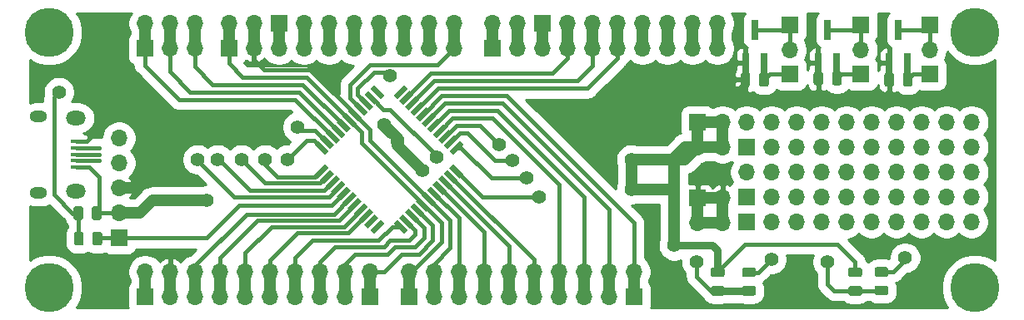
<source format=gbr>
G04 #@! TF.GenerationSoftware,KiCad,Pcbnew,(5.1.5)-2*
G04 #@! TF.CreationDate,2020-04-05T00:52:07+07:00*
G04 #@! TF.ProjectId,KIT_PIC16F1937,4b49545f-5049-4433-9136-46313933372e,rev?*
G04 #@! TF.SameCoordinates,Original*
G04 #@! TF.FileFunction,Copper,L2,Bot*
G04 #@! TF.FilePolarity,Positive*
%FSLAX46Y46*%
G04 Gerber Fmt 4.6, Leading zero omitted, Abs format (unit mm)*
G04 Created by KiCad (PCBNEW (5.1.5)-2) date 2020-04-05 00:52:07*
%MOMM*%
%LPD*%
G04 APERTURE LIST*
%ADD10C,0.100000*%
%ADD11C,5.000000*%
%ADD12C,0.800000*%
%ADD13R,1.700000X1.700000*%
%ADD14O,1.700000X1.700000*%
%ADD15R,0.700000X2.000000*%
%ADD16R,1.300000X0.450000*%
%ADD17O,2.000000X1.450000*%
%ADD18O,1.800000X1.150000*%
%ADD19C,1.400000*%
%ADD20C,0.400000*%
%ADD21C,1.200000*%
%ADD22C,0.800000*%
%ADD23C,0.254000*%
G04 APERTURE END LIST*
G04 #@! TA.AperFunction,SMDPad,CuDef*
D10*
G36*
X187415720Y-114059958D02*
G01*
X187026812Y-114448866D01*
X185966152Y-113388206D01*
X186355060Y-112999298D01*
X187415720Y-114059958D01*
G37*
G04 #@! TD.AperFunction*
G04 #@! TA.AperFunction,SMDPad,CuDef*
G36*
X186850034Y-114625643D02*
G01*
X186461126Y-115014551D01*
X185400466Y-113953891D01*
X185789374Y-113564983D01*
X186850034Y-114625643D01*
G37*
G04 #@! TD.AperFunction*
G04 #@! TA.AperFunction,SMDPad,CuDef*
G36*
X186284349Y-115191328D02*
G01*
X185895441Y-115580236D01*
X184834781Y-114519576D01*
X185223689Y-114130668D01*
X186284349Y-115191328D01*
G37*
G04 #@! TD.AperFunction*
G04 #@! TA.AperFunction,SMDPad,CuDef*
G36*
X185718664Y-115757014D02*
G01*
X185329756Y-116145922D01*
X184269096Y-115085262D01*
X184658004Y-114696354D01*
X185718664Y-115757014D01*
G37*
G04 #@! TD.AperFunction*
G04 #@! TA.AperFunction,SMDPad,CuDef*
G36*
X185152978Y-116322699D02*
G01*
X184764070Y-116711607D01*
X183703410Y-115650947D01*
X184092318Y-115262039D01*
X185152978Y-116322699D01*
G37*
G04 #@! TD.AperFunction*
G04 #@! TA.AperFunction,SMDPad,CuDef*
G36*
X184587293Y-116888385D02*
G01*
X184198385Y-117277293D01*
X183137725Y-116216633D01*
X183526633Y-115827725D01*
X184587293Y-116888385D01*
G37*
G04 #@! TD.AperFunction*
G04 #@! TA.AperFunction,SMDPad,CuDef*
G36*
X184021607Y-117454070D02*
G01*
X183632699Y-117842978D01*
X182572039Y-116782318D01*
X182960947Y-116393410D01*
X184021607Y-117454070D01*
G37*
G04 #@! TD.AperFunction*
G04 #@! TA.AperFunction,SMDPad,CuDef*
G36*
X183455922Y-118019756D02*
G01*
X183067014Y-118408664D01*
X182006354Y-117348004D01*
X182395262Y-116959096D01*
X183455922Y-118019756D01*
G37*
G04 #@! TD.AperFunction*
G04 #@! TA.AperFunction,SMDPad,CuDef*
G36*
X182890236Y-118585441D02*
G01*
X182501328Y-118974349D01*
X181440668Y-117913689D01*
X181829576Y-117524781D01*
X182890236Y-118585441D01*
G37*
G04 #@! TD.AperFunction*
G04 #@! TA.AperFunction,SMDPad,CuDef*
G36*
X182324551Y-119151126D02*
G01*
X181935643Y-119540034D01*
X180874983Y-118479374D01*
X181263891Y-118090466D01*
X182324551Y-119151126D01*
G37*
G04 #@! TD.AperFunction*
G04 #@! TA.AperFunction,SMDPad,CuDef*
G36*
X181758866Y-119716812D02*
G01*
X181369958Y-120105720D01*
X180309298Y-119045060D01*
X180698206Y-118656152D01*
X181758866Y-119716812D01*
G37*
G04 #@! TD.AperFunction*
G04 #@! TA.AperFunction,SMDPad,CuDef*
G36*
X178294042Y-120105720D02*
G01*
X177905134Y-119716812D01*
X178965794Y-118656152D01*
X179354702Y-119045060D01*
X178294042Y-120105720D01*
G37*
G04 #@! TD.AperFunction*
G04 #@! TA.AperFunction,SMDPad,CuDef*
G36*
X177728357Y-119540034D02*
G01*
X177339449Y-119151126D01*
X178400109Y-118090466D01*
X178789017Y-118479374D01*
X177728357Y-119540034D01*
G37*
G04 #@! TD.AperFunction*
G04 #@! TA.AperFunction,SMDPad,CuDef*
G36*
X177162672Y-118974349D02*
G01*
X176773764Y-118585441D01*
X177834424Y-117524781D01*
X178223332Y-117913689D01*
X177162672Y-118974349D01*
G37*
G04 #@! TD.AperFunction*
G04 #@! TA.AperFunction,SMDPad,CuDef*
G36*
X176596986Y-118408664D02*
G01*
X176208078Y-118019756D01*
X177268738Y-116959096D01*
X177657646Y-117348004D01*
X176596986Y-118408664D01*
G37*
G04 #@! TD.AperFunction*
G04 #@! TA.AperFunction,SMDPad,CuDef*
G36*
X176031301Y-117842978D02*
G01*
X175642393Y-117454070D01*
X176703053Y-116393410D01*
X177091961Y-116782318D01*
X176031301Y-117842978D01*
G37*
G04 #@! TD.AperFunction*
G04 #@! TA.AperFunction,SMDPad,CuDef*
G36*
X175465615Y-117277293D02*
G01*
X175076707Y-116888385D01*
X176137367Y-115827725D01*
X176526275Y-116216633D01*
X175465615Y-117277293D01*
G37*
G04 #@! TD.AperFunction*
G04 #@! TA.AperFunction,SMDPad,CuDef*
G36*
X174899930Y-116711607D02*
G01*
X174511022Y-116322699D01*
X175571682Y-115262039D01*
X175960590Y-115650947D01*
X174899930Y-116711607D01*
G37*
G04 #@! TD.AperFunction*
G04 #@! TA.AperFunction,SMDPad,CuDef*
G36*
X174334244Y-116145922D02*
G01*
X173945336Y-115757014D01*
X175005996Y-114696354D01*
X175394904Y-115085262D01*
X174334244Y-116145922D01*
G37*
G04 #@! TD.AperFunction*
G04 #@! TA.AperFunction,SMDPad,CuDef*
G36*
X173768559Y-115580236D02*
G01*
X173379651Y-115191328D01*
X174440311Y-114130668D01*
X174829219Y-114519576D01*
X173768559Y-115580236D01*
G37*
G04 #@! TD.AperFunction*
G04 #@! TA.AperFunction,SMDPad,CuDef*
G36*
X173202874Y-115014551D02*
G01*
X172813966Y-114625643D01*
X173874626Y-113564983D01*
X174263534Y-113953891D01*
X173202874Y-115014551D01*
G37*
G04 #@! TD.AperFunction*
G04 #@! TA.AperFunction,SMDPad,CuDef*
G36*
X172637188Y-114448866D02*
G01*
X172248280Y-114059958D01*
X173308940Y-112999298D01*
X173697848Y-113388206D01*
X172637188Y-114448866D01*
G37*
G04 #@! TD.AperFunction*
G04 #@! TA.AperFunction,SMDPad,CuDef*
G36*
X173697848Y-111655794D02*
G01*
X173308940Y-112044702D01*
X172248280Y-110984042D01*
X172637188Y-110595134D01*
X173697848Y-111655794D01*
G37*
G04 #@! TD.AperFunction*
G04 #@! TA.AperFunction,SMDPad,CuDef*
G36*
X174263534Y-111090109D02*
G01*
X173874626Y-111479017D01*
X172813966Y-110418357D01*
X173202874Y-110029449D01*
X174263534Y-111090109D01*
G37*
G04 #@! TD.AperFunction*
G04 #@! TA.AperFunction,SMDPad,CuDef*
G36*
X174829219Y-110524424D02*
G01*
X174440311Y-110913332D01*
X173379651Y-109852672D01*
X173768559Y-109463764D01*
X174829219Y-110524424D01*
G37*
G04 #@! TD.AperFunction*
G04 #@! TA.AperFunction,SMDPad,CuDef*
G36*
X175394904Y-109958738D02*
G01*
X175005996Y-110347646D01*
X173945336Y-109286986D01*
X174334244Y-108898078D01*
X175394904Y-109958738D01*
G37*
G04 #@! TD.AperFunction*
G04 #@! TA.AperFunction,SMDPad,CuDef*
G36*
X175960590Y-109393053D02*
G01*
X175571682Y-109781961D01*
X174511022Y-108721301D01*
X174899930Y-108332393D01*
X175960590Y-109393053D01*
G37*
G04 #@! TD.AperFunction*
G04 #@! TA.AperFunction,SMDPad,CuDef*
G36*
X176526275Y-108827367D02*
G01*
X176137367Y-109216275D01*
X175076707Y-108155615D01*
X175465615Y-107766707D01*
X176526275Y-108827367D01*
G37*
G04 #@! TD.AperFunction*
G04 #@! TA.AperFunction,SMDPad,CuDef*
G36*
X177091961Y-108261682D02*
G01*
X176703053Y-108650590D01*
X175642393Y-107589930D01*
X176031301Y-107201022D01*
X177091961Y-108261682D01*
G37*
G04 #@! TD.AperFunction*
G04 #@! TA.AperFunction,SMDPad,CuDef*
G36*
X177657646Y-107695996D02*
G01*
X177268738Y-108084904D01*
X176208078Y-107024244D01*
X176596986Y-106635336D01*
X177657646Y-107695996D01*
G37*
G04 #@! TD.AperFunction*
G04 #@! TA.AperFunction,SMDPad,CuDef*
G36*
X178223332Y-107130311D02*
G01*
X177834424Y-107519219D01*
X176773764Y-106458559D01*
X177162672Y-106069651D01*
X178223332Y-107130311D01*
G37*
G04 #@! TD.AperFunction*
G04 #@! TA.AperFunction,SMDPad,CuDef*
G36*
X178789017Y-106564626D02*
G01*
X178400109Y-106953534D01*
X177339449Y-105892874D01*
X177728357Y-105503966D01*
X178789017Y-106564626D01*
G37*
G04 #@! TD.AperFunction*
G04 #@! TA.AperFunction,SMDPad,CuDef*
G36*
X179354702Y-105998940D02*
G01*
X178965794Y-106387848D01*
X177905134Y-105327188D01*
X178294042Y-104938280D01*
X179354702Y-105998940D01*
G37*
G04 #@! TD.AperFunction*
G04 #@! TA.AperFunction,SMDPad,CuDef*
G36*
X180698206Y-106387848D02*
G01*
X180309298Y-105998940D01*
X181369958Y-104938280D01*
X181758866Y-105327188D01*
X180698206Y-106387848D01*
G37*
G04 #@! TD.AperFunction*
G04 #@! TA.AperFunction,SMDPad,CuDef*
G36*
X181263891Y-106953534D02*
G01*
X180874983Y-106564626D01*
X181935643Y-105503966D01*
X182324551Y-105892874D01*
X181263891Y-106953534D01*
G37*
G04 #@! TD.AperFunction*
G04 #@! TA.AperFunction,SMDPad,CuDef*
G36*
X181829576Y-107519219D02*
G01*
X181440668Y-107130311D01*
X182501328Y-106069651D01*
X182890236Y-106458559D01*
X181829576Y-107519219D01*
G37*
G04 #@! TD.AperFunction*
G04 #@! TA.AperFunction,SMDPad,CuDef*
G36*
X182395262Y-108084904D02*
G01*
X182006354Y-107695996D01*
X183067014Y-106635336D01*
X183455922Y-107024244D01*
X182395262Y-108084904D01*
G37*
G04 #@! TD.AperFunction*
G04 #@! TA.AperFunction,SMDPad,CuDef*
G36*
X182960947Y-108650590D02*
G01*
X182572039Y-108261682D01*
X183632699Y-107201022D01*
X184021607Y-107589930D01*
X182960947Y-108650590D01*
G37*
G04 #@! TD.AperFunction*
G04 #@! TA.AperFunction,SMDPad,CuDef*
G36*
X183526633Y-109216275D02*
G01*
X183137725Y-108827367D01*
X184198385Y-107766707D01*
X184587293Y-108155615D01*
X183526633Y-109216275D01*
G37*
G04 #@! TD.AperFunction*
G04 #@! TA.AperFunction,SMDPad,CuDef*
G36*
X184092318Y-109781961D02*
G01*
X183703410Y-109393053D01*
X184764070Y-108332393D01*
X185152978Y-108721301D01*
X184092318Y-109781961D01*
G37*
G04 #@! TD.AperFunction*
G04 #@! TA.AperFunction,SMDPad,CuDef*
G36*
X184658004Y-110347646D02*
G01*
X184269096Y-109958738D01*
X185329756Y-108898078D01*
X185718664Y-109286986D01*
X184658004Y-110347646D01*
G37*
G04 #@! TD.AperFunction*
G04 #@! TA.AperFunction,SMDPad,CuDef*
G36*
X185223689Y-110913332D02*
G01*
X184834781Y-110524424D01*
X185895441Y-109463764D01*
X186284349Y-109852672D01*
X185223689Y-110913332D01*
G37*
G04 #@! TD.AperFunction*
G04 #@! TA.AperFunction,SMDPad,CuDef*
G36*
X185789374Y-111479017D02*
G01*
X185400466Y-111090109D01*
X186461126Y-110029449D01*
X186850034Y-110418357D01*
X185789374Y-111479017D01*
G37*
G04 #@! TD.AperFunction*
G04 #@! TA.AperFunction,SMDPad,CuDef*
G36*
X186355060Y-112044702D02*
G01*
X185966152Y-111655794D01*
X187026812Y-110595134D01*
X187415720Y-110984042D01*
X186355060Y-112044702D01*
G37*
G04 #@! TD.AperFunction*
G04 #@! TA.AperFunction,SMDPad,CuDef*
G36*
X148592642Y-119901174D02*
G01*
X148616303Y-119904684D01*
X148639507Y-119910496D01*
X148662029Y-119918554D01*
X148683653Y-119928782D01*
X148704170Y-119941079D01*
X148723383Y-119955329D01*
X148741107Y-119971393D01*
X148757171Y-119989117D01*
X148771421Y-120008330D01*
X148783718Y-120028847D01*
X148793946Y-120050471D01*
X148802004Y-120072993D01*
X148807816Y-120096197D01*
X148811326Y-120119858D01*
X148812500Y-120143750D01*
X148812500Y-121056250D01*
X148811326Y-121080142D01*
X148807816Y-121103803D01*
X148802004Y-121127007D01*
X148793946Y-121149529D01*
X148783718Y-121171153D01*
X148771421Y-121191670D01*
X148757171Y-121210883D01*
X148741107Y-121228607D01*
X148723383Y-121244671D01*
X148704170Y-121258921D01*
X148683653Y-121271218D01*
X148662029Y-121281446D01*
X148639507Y-121289504D01*
X148616303Y-121295316D01*
X148592642Y-121298826D01*
X148568750Y-121300000D01*
X148081250Y-121300000D01*
X148057358Y-121298826D01*
X148033697Y-121295316D01*
X148010493Y-121289504D01*
X147987971Y-121281446D01*
X147966347Y-121271218D01*
X147945830Y-121258921D01*
X147926617Y-121244671D01*
X147908893Y-121228607D01*
X147892829Y-121210883D01*
X147878579Y-121191670D01*
X147866282Y-121171153D01*
X147856054Y-121149529D01*
X147847996Y-121127007D01*
X147842184Y-121103803D01*
X147838674Y-121080142D01*
X147837500Y-121056250D01*
X147837500Y-120143750D01*
X147838674Y-120119858D01*
X147842184Y-120096197D01*
X147847996Y-120072993D01*
X147856054Y-120050471D01*
X147866282Y-120028847D01*
X147878579Y-120008330D01*
X147892829Y-119989117D01*
X147908893Y-119971393D01*
X147926617Y-119955329D01*
X147945830Y-119941079D01*
X147966347Y-119928782D01*
X147987971Y-119918554D01*
X148010493Y-119910496D01*
X148033697Y-119904684D01*
X148057358Y-119901174D01*
X148081250Y-119900000D01*
X148568750Y-119900000D01*
X148592642Y-119901174D01*
G37*
G04 #@! TD.AperFunction*
G04 #@! TA.AperFunction,SMDPad,CuDef*
G36*
X150467642Y-119901174D02*
G01*
X150491303Y-119904684D01*
X150514507Y-119910496D01*
X150537029Y-119918554D01*
X150558653Y-119928782D01*
X150579170Y-119941079D01*
X150598383Y-119955329D01*
X150616107Y-119971393D01*
X150632171Y-119989117D01*
X150646421Y-120008330D01*
X150658718Y-120028847D01*
X150668946Y-120050471D01*
X150677004Y-120072993D01*
X150682816Y-120096197D01*
X150686326Y-120119858D01*
X150687500Y-120143750D01*
X150687500Y-121056250D01*
X150686326Y-121080142D01*
X150682816Y-121103803D01*
X150677004Y-121127007D01*
X150668946Y-121149529D01*
X150658718Y-121171153D01*
X150646421Y-121191670D01*
X150632171Y-121210883D01*
X150616107Y-121228607D01*
X150598383Y-121244671D01*
X150579170Y-121258921D01*
X150558653Y-121271218D01*
X150537029Y-121281446D01*
X150514507Y-121289504D01*
X150491303Y-121295316D01*
X150467642Y-121298826D01*
X150443750Y-121300000D01*
X149956250Y-121300000D01*
X149932358Y-121298826D01*
X149908697Y-121295316D01*
X149885493Y-121289504D01*
X149862971Y-121281446D01*
X149841347Y-121271218D01*
X149820830Y-121258921D01*
X149801617Y-121244671D01*
X149783893Y-121228607D01*
X149767829Y-121210883D01*
X149753579Y-121191670D01*
X149741282Y-121171153D01*
X149731054Y-121149529D01*
X149722996Y-121127007D01*
X149717184Y-121103803D01*
X149713674Y-121080142D01*
X149712500Y-121056250D01*
X149712500Y-120143750D01*
X149713674Y-120119858D01*
X149717184Y-120096197D01*
X149722996Y-120072993D01*
X149731054Y-120050471D01*
X149741282Y-120028847D01*
X149753579Y-120008330D01*
X149767829Y-119989117D01*
X149783893Y-119971393D01*
X149801617Y-119955329D01*
X149820830Y-119941079D01*
X149841347Y-119928782D01*
X149862971Y-119918554D01*
X149885493Y-119910496D01*
X149908697Y-119904684D01*
X149932358Y-119901174D01*
X149956250Y-119900000D01*
X150443750Y-119900000D01*
X150467642Y-119901174D01*
G37*
G04 #@! TD.AperFunction*
G04 #@! TA.AperFunction,SMDPad,CuDef*
G36*
X150405142Y-117301174D02*
G01*
X150428803Y-117304684D01*
X150452007Y-117310496D01*
X150474529Y-117318554D01*
X150496153Y-117328782D01*
X150516670Y-117341079D01*
X150535883Y-117355329D01*
X150553607Y-117371393D01*
X150569671Y-117389117D01*
X150583921Y-117408330D01*
X150596218Y-117428847D01*
X150606446Y-117450471D01*
X150614504Y-117472993D01*
X150620316Y-117496197D01*
X150623826Y-117519858D01*
X150625000Y-117543750D01*
X150625000Y-118456250D01*
X150623826Y-118480142D01*
X150620316Y-118503803D01*
X150614504Y-118527007D01*
X150606446Y-118549529D01*
X150596218Y-118571153D01*
X150583921Y-118591670D01*
X150569671Y-118610883D01*
X150553607Y-118628607D01*
X150535883Y-118644671D01*
X150516670Y-118658921D01*
X150496153Y-118671218D01*
X150474529Y-118681446D01*
X150452007Y-118689504D01*
X150428803Y-118695316D01*
X150405142Y-118698826D01*
X150381250Y-118700000D01*
X149893750Y-118700000D01*
X149869858Y-118698826D01*
X149846197Y-118695316D01*
X149822993Y-118689504D01*
X149800471Y-118681446D01*
X149778847Y-118671218D01*
X149758330Y-118658921D01*
X149739117Y-118644671D01*
X149721393Y-118628607D01*
X149705329Y-118610883D01*
X149691079Y-118591670D01*
X149678782Y-118571153D01*
X149668554Y-118549529D01*
X149660496Y-118527007D01*
X149654684Y-118503803D01*
X149651174Y-118480142D01*
X149650000Y-118456250D01*
X149650000Y-117543750D01*
X149651174Y-117519858D01*
X149654684Y-117496197D01*
X149660496Y-117472993D01*
X149668554Y-117450471D01*
X149678782Y-117428847D01*
X149691079Y-117408330D01*
X149705329Y-117389117D01*
X149721393Y-117371393D01*
X149739117Y-117355329D01*
X149758330Y-117341079D01*
X149778847Y-117328782D01*
X149800471Y-117318554D01*
X149822993Y-117310496D01*
X149846197Y-117304684D01*
X149869858Y-117301174D01*
X149893750Y-117300000D01*
X150381250Y-117300000D01*
X150405142Y-117301174D01*
G37*
G04 #@! TD.AperFunction*
G04 #@! TA.AperFunction,SMDPad,CuDef*
G36*
X148530142Y-117301174D02*
G01*
X148553803Y-117304684D01*
X148577007Y-117310496D01*
X148599529Y-117318554D01*
X148621153Y-117328782D01*
X148641670Y-117341079D01*
X148660883Y-117355329D01*
X148678607Y-117371393D01*
X148694671Y-117389117D01*
X148708921Y-117408330D01*
X148721218Y-117428847D01*
X148731446Y-117450471D01*
X148739504Y-117472993D01*
X148745316Y-117496197D01*
X148748826Y-117519858D01*
X148750000Y-117543750D01*
X148750000Y-118456250D01*
X148748826Y-118480142D01*
X148745316Y-118503803D01*
X148739504Y-118527007D01*
X148731446Y-118549529D01*
X148721218Y-118571153D01*
X148708921Y-118591670D01*
X148694671Y-118610883D01*
X148678607Y-118628607D01*
X148660883Y-118644671D01*
X148641670Y-118658921D01*
X148621153Y-118671218D01*
X148599529Y-118681446D01*
X148577007Y-118689504D01*
X148553803Y-118695316D01*
X148530142Y-118698826D01*
X148506250Y-118700000D01*
X148018750Y-118700000D01*
X147994858Y-118698826D01*
X147971197Y-118695316D01*
X147947993Y-118689504D01*
X147925471Y-118681446D01*
X147903847Y-118671218D01*
X147883330Y-118658921D01*
X147864117Y-118644671D01*
X147846393Y-118628607D01*
X147830329Y-118610883D01*
X147816079Y-118591670D01*
X147803782Y-118571153D01*
X147793554Y-118549529D01*
X147785496Y-118527007D01*
X147779684Y-118503803D01*
X147776174Y-118480142D01*
X147775000Y-118456250D01*
X147775000Y-117543750D01*
X147776174Y-117519858D01*
X147779684Y-117496197D01*
X147785496Y-117472993D01*
X147793554Y-117450471D01*
X147803782Y-117428847D01*
X147816079Y-117408330D01*
X147830329Y-117389117D01*
X147846393Y-117371393D01*
X147864117Y-117355329D01*
X147883330Y-117341079D01*
X147903847Y-117328782D01*
X147925471Y-117318554D01*
X147947993Y-117310496D01*
X147971197Y-117304684D01*
X147994858Y-117301174D01*
X148018750Y-117300000D01*
X148506250Y-117300000D01*
X148530142Y-117301174D01*
G37*
G04 #@! TD.AperFunction*
D11*
X145288000Y-99568000D03*
D12*
X147163000Y-99568000D03*
X146613825Y-100893825D03*
X145288000Y-101443000D03*
X143962175Y-100893825D03*
X143413000Y-99568000D03*
X143962175Y-98242175D03*
X145288000Y-97693000D03*
X146613825Y-98242175D03*
X146613825Y-124277175D03*
X145288000Y-123728000D03*
X143962175Y-124277175D03*
X143413000Y-125603000D03*
X143962175Y-126928825D03*
X145288000Y-127478000D03*
X146613825Y-126928825D03*
X147163000Y-125603000D03*
D11*
X145288000Y-125603000D03*
X239395000Y-99568000D03*
D12*
X241270000Y-99568000D03*
X240720825Y-100893825D03*
X239395000Y-101443000D03*
X238069175Y-100893825D03*
X237520000Y-99568000D03*
X238069175Y-98242175D03*
X239395000Y-97693000D03*
X240720825Y-98242175D03*
X240720825Y-124277175D03*
X239395000Y-123728000D03*
X238069175Y-124277175D03*
X237520000Y-125603000D03*
X238069175Y-126928825D03*
X239395000Y-127478000D03*
X240720825Y-126928825D03*
X241270000Y-125603000D03*
D11*
X239395000Y-125603000D03*
D13*
X195444000Y-98679000D03*
D14*
X195444000Y-101219000D03*
X197984000Y-98679000D03*
X197984000Y-101219000D03*
X200524000Y-98679000D03*
X200524000Y-101219000D03*
X203064000Y-98679000D03*
X203064000Y-101219000D03*
X205604000Y-98679000D03*
X205604000Y-101219000D03*
X208144000Y-98679000D03*
X208144000Y-101219000D03*
X210684000Y-98679000D03*
X210684000Y-101219000D03*
X213224000Y-98679000D03*
X213224000Y-101219000D03*
X186944000Y-123952000D03*
X186944000Y-126492000D03*
X189484000Y-123952000D03*
X189484000Y-126492000D03*
X192024000Y-123952000D03*
X192024000Y-126492000D03*
X194564000Y-123952000D03*
X194564000Y-126492000D03*
X197104000Y-123952000D03*
X197104000Y-126492000D03*
X199644000Y-123952000D03*
X199644000Y-126492000D03*
X202184000Y-123952000D03*
X202184000Y-126492000D03*
X204724000Y-123952000D03*
D13*
X204724000Y-126492000D03*
D14*
X186427000Y-101219000D03*
X186427000Y-98679000D03*
X183887000Y-101219000D03*
X183887000Y-98679000D03*
X181347000Y-101219000D03*
X181347000Y-98679000D03*
X178807000Y-101219000D03*
X178807000Y-98679000D03*
X176267000Y-101219000D03*
X176267000Y-98679000D03*
X173727000Y-101219000D03*
X173727000Y-98679000D03*
X171187000Y-101219000D03*
X171187000Y-98679000D03*
X168647000Y-101219000D03*
D13*
X168647000Y-98679000D03*
X177927000Y-126492000D03*
D14*
X177927000Y-123952000D03*
X175387000Y-126492000D03*
X175387000Y-123952000D03*
X172847000Y-126492000D03*
X172847000Y-123952000D03*
X170307000Y-126492000D03*
X170307000Y-123952000D03*
X167767000Y-126492000D03*
X167767000Y-123952000D03*
X165227000Y-126492000D03*
X165227000Y-123952000D03*
X162687000Y-126492000D03*
X162687000Y-123952000D03*
X160147000Y-126492000D03*
X160147000Y-123952000D03*
D13*
X152400000Y-120523000D03*
D14*
X152400000Y-117983000D03*
X152400000Y-115443000D03*
X152400000Y-112903000D03*
X152400000Y-110363000D03*
D13*
X181864000Y-126492000D03*
D14*
X181864000Y-123952000D03*
X184404000Y-126492000D03*
X184404000Y-123952000D03*
X166107000Y-98679000D03*
X166107000Y-101219000D03*
X163567000Y-98679000D03*
D13*
X163567000Y-101219000D03*
X190364000Y-101219000D03*
D14*
X190364000Y-98679000D03*
X192904000Y-101219000D03*
X192904000Y-98679000D03*
X157607000Y-123952000D03*
X157607000Y-126492000D03*
X155067000Y-123952000D03*
D13*
X155067000Y-126492000D03*
X155067000Y-101219000D03*
D14*
X155067000Y-98679000D03*
X157607000Y-101219000D03*
X157607000Y-98679000D03*
X160147000Y-101219000D03*
X160147000Y-98679000D03*
G04 #@! TA.AperFunction,SMDPad,CuDef*
D10*
G36*
X216888142Y-123544174D02*
G01*
X216911803Y-123547684D01*
X216935007Y-123553496D01*
X216957529Y-123561554D01*
X216979153Y-123571782D01*
X216999670Y-123584079D01*
X217018883Y-123598329D01*
X217036607Y-123614393D01*
X217052671Y-123632117D01*
X217066921Y-123651330D01*
X217079218Y-123671847D01*
X217089446Y-123693471D01*
X217097504Y-123715993D01*
X217103316Y-123739197D01*
X217106826Y-123762858D01*
X217108000Y-123786750D01*
X217108000Y-124274250D01*
X217106826Y-124298142D01*
X217103316Y-124321803D01*
X217097504Y-124345007D01*
X217089446Y-124367529D01*
X217079218Y-124389153D01*
X217066921Y-124409670D01*
X217052671Y-124428883D01*
X217036607Y-124446607D01*
X217018883Y-124462671D01*
X216999670Y-124476921D01*
X216979153Y-124489218D01*
X216957529Y-124499446D01*
X216935007Y-124507504D01*
X216911803Y-124513316D01*
X216888142Y-124516826D01*
X216864250Y-124518000D01*
X215951750Y-124518000D01*
X215927858Y-124516826D01*
X215904197Y-124513316D01*
X215880993Y-124507504D01*
X215858471Y-124499446D01*
X215836847Y-124489218D01*
X215816330Y-124476921D01*
X215797117Y-124462671D01*
X215779393Y-124446607D01*
X215763329Y-124428883D01*
X215749079Y-124409670D01*
X215736782Y-124389153D01*
X215726554Y-124367529D01*
X215718496Y-124345007D01*
X215712684Y-124321803D01*
X215709174Y-124298142D01*
X215708000Y-124274250D01*
X215708000Y-123786750D01*
X215709174Y-123762858D01*
X215712684Y-123739197D01*
X215718496Y-123715993D01*
X215726554Y-123693471D01*
X215736782Y-123671847D01*
X215749079Y-123651330D01*
X215763329Y-123632117D01*
X215779393Y-123614393D01*
X215797117Y-123598329D01*
X215816330Y-123584079D01*
X215836847Y-123571782D01*
X215858471Y-123561554D01*
X215880993Y-123553496D01*
X215904197Y-123547684D01*
X215927858Y-123544174D01*
X215951750Y-123543000D01*
X216864250Y-123543000D01*
X216888142Y-123544174D01*
G37*
G04 #@! TD.AperFunction*
G04 #@! TA.AperFunction,SMDPad,CuDef*
G36*
X216888142Y-125419174D02*
G01*
X216911803Y-125422684D01*
X216935007Y-125428496D01*
X216957529Y-125436554D01*
X216979153Y-125446782D01*
X216999670Y-125459079D01*
X217018883Y-125473329D01*
X217036607Y-125489393D01*
X217052671Y-125507117D01*
X217066921Y-125526330D01*
X217079218Y-125546847D01*
X217089446Y-125568471D01*
X217097504Y-125590993D01*
X217103316Y-125614197D01*
X217106826Y-125637858D01*
X217108000Y-125661750D01*
X217108000Y-126149250D01*
X217106826Y-126173142D01*
X217103316Y-126196803D01*
X217097504Y-126220007D01*
X217089446Y-126242529D01*
X217079218Y-126264153D01*
X217066921Y-126284670D01*
X217052671Y-126303883D01*
X217036607Y-126321607D01*
X217018883Y-126337671D01*
X216999670Y-126351921D01*
X216979153Y-126364218D01*
X216957529Y-126374446D01*
X216935007Y-126382504D01*
X216911803Y-126388316D01*
X216888142Y-126391826D01*
X216864250Y-126393000D01*
X215951750Y-126393000D01*
X215927858Y-126391826D01*
X215904197Y-126388316D01*
X215880993Y-126382504D01*
X215858471Y-126374446D01*
X215836847Y-126364218D01*
X215816330Y-126351921D01*
X215797117Y-126337671D01*
X215779393Y-126321607D01*
X215763329Y-126303883D01*
X215749079Y-126284670D01*
X215736782Y-126264153D01*
X215726554Y-126242529D01*
X215718496Y-126220007D01*
X215712684Y-126196803D01*
X215709174Y-126173142D01*
X215708000Y-126149250D01*
X215708000Y-125661750D01*
X215709174Y-125637858D01*
X215712684Y-125614197D01*
X215718496Y-125590993D01*
X215726554Y-125568471D01*
X215736782Y-125546847D01*
X215749079Y-125526330D01*
X215763329Y-125507117D01*
X215779393Y-125489393D01*
X215797117Y-125473329D01*
X215816330Y-125459079D01*
X215836847Y-125446782D01*
X215858471Y-125436554D01*
X215880993Y-125428496D01*
X215904197Y-125422684D01*
X215927858Y-125419174D01*
X215951750Y-125418000D01*
X216864250Y-125418000D01*
X216888142Y-125419174D01*
G37*
G04 #@! TD.AperFunction*
G04 #@! TA.AperFunction,SMDPad,CuDef*
G36*
X213713142Y-125419174D02*
G01*
X213736803Y-125422684D01*
X213760007Y-125428496D01*
X213782529Y-125436554D01*
X213804153Y-125446782D01*
X213824670Y-125459079D01*
X213843883Y-125473329D01*
X213861607Y-125489393D01*
X213877671Y-125507117D01*
X213891921Y-125526330D01*
X213904218Y-125546847D01*
X213914446Y-125568471D01*
X213922504Y-125590993D01*
X213928316Y-125614197D01*
X213931826Y-125637858D01*
X213933000Y-125661750D01*
X213933000Y-126149250D01*
X213931826Y-126173142D01*
X213928316Y-126196803D01*
X213922504Y-126220007D01*
X213914446Y-126242529D01*
X213904218Y-126264153D01*
X213891921Y-126284670D01*
X213877671Y-126303883D01*
X213861607Y-126321607D01*
X213843883Y-126337671D01*
X213824670Y-126351921D01*
X213804153Y-126364218D01*
X213782529Y-126374446D01*
X213760007Y-126382504D01*
X213736803Y-126388316D01*
X213713142Y-126391826D01*
X213689250Y-126393000D01*
X212776750Y-126393000D01*
X212752858Y-126391826D01*
X212729197Y-126388316D01*
X212705993Y-126382504D01*
X212683471Y-126374446D01*
X212661847Y-126364218D01*
X212641330Y-126351921D01*
X212622117Y-126337671D01*
X212604393Y-126321607D01*
X212588329Y-126303883D01*
X212574079Y-126284670D01*
X212561782Y-126264153D01*
X212551554Y-126242529D01*
X212543496Y-126220007D01*
X212537684Y-126196803D01*
X212534174Y-126173142D01*
X212533000Y-126149250D01*
X212533000Y-125661750D01*
X212534174Y-125637858D01*
X212537684Y-125614197D01*
X212543496Y-125590993D01*
X212551554Y-125568471D01*
X212561782Y-125546847D01*
X212574079Y-125526330D01*
X212588329Y-125507117D01*
X212604393Y-125489393D01*
X212622117Y-125473329D01*
X212641330Y-125459079D01*
X212661847Y-125446782D01*
X212683471Y-125436554D01*
X212705993Y-125428496D01*
X212729197Y-125422684D01*
X212752858Y-125419174D01*
X212776750Y-125418000D01*
X213689250Y-125418000D01*
X213713142Y-125419174D01*
G37*
G04 #@! TD.AperFunction*
G04 #@! TA.AperFunction,SMDPad,CuDef*
G36*
X213713142Y-123544174D02*
G01*
X213736803Y-123547684D01*
X213760007Y-123553496D01*
X213782529Y-123561554D01*
X213804153Y-123571782D01*
X213824670Y-123584079D01*
X213843883Y-123598329D01*
X213861607Y-123614393D01*
X213877671Y-123632117D01*
X213891921Y-123651330D01*
X213904218Y-123671847D01*
X213914446Y-123693471D01*
X213922504Y-123715993D01*
X213928316Y-123739197D01*
X213931826Y-123762858D01*
X213933000Y-123786750D01*
X213933000Y-124274250D01*
X213931826Y-124298142D01*
X213928316Y-124321803D01*
X213922504Y-124345007D01*
X213914446Y-124367529D01*
X213904218Y-124389153D01*
X213891921Y-124409670D01*
X213877671Y-124428883D01*
X213861607Y-124446607D01*
X213843883Y-124462671D01*
X213824670Y-124476921D01*
X213804153Y-124489218D01*
X213782529Y-124499446D01*
X213760007Y-124507504D01*
X213736803Y-124513316D01*
X213713142Y-124516826D01*
X213689250Y-124518000D01*
X212776750Y-124518000D01*
X212752858Y-124516826D01*
X212729197Y-124513316D01*
X212705993Y-124507504D01*
X212683471Y-124499446D01*
X212661847Y-124489218D01*
X212641330Y-124476921D01*
X212622117Y-124462671D01*
X212604393Y-124446607D01*
X212588329Y-124428883D01*
X212574079Y-124409670D01*
X212561782Y-124389153D01*
X212551554Y-124367529D01*
X212543496Y-124345007D01*
X212537684Y-124321803D01*
X212534174Y-124298142D01*
X212533000Y-124274250D01*
X212533000Y-123786750D01*
X212534174Y-123762858D01*
X212537684Y-123739197D01*
X212543496Y-123715993D01*
X212551554Y-123693471D01*
X212561782Y-123671847D01*
X212574079Y-123651330D01*
X212588329Y-123632117D01*
X212604393Y-123614393D01*
X212622117Y-123598329D01*
X212641330Y-123584079D01*
X212661847Y-123571782D01*
X212683471Y-123561554D01*
X212705993Y-123553496D01*
X212729197Y-123547684D01*
X212752858Y-123544174D01*
X212776750Y-123543000D01*
X213689250Y-123543000D01*
X213713142Y-123544174D01*
G37*
G04 #@! TD.AperFunction*
G04 #@! TA.AperFunction,SMDPad,CuDef*
G36*
X230350142Y-123495674D02*
G01*
X230373803Y-123499184D01*
X230397007Y-123504996D01*
X230419529Y-123513054D01*
X230441153Y-123523282D01*
X230461670Y-123535579D01*
X230480883Y-123549829D01*
X230498607Y-123565893D01*
X230514671Y-123583617D01*
X230528921Y-123602830D01*
X230541218Y-123623347D01*
X230551446Y-123644971D01*
X230559504Y-123667493D01*
X230565316Y-123690697D01*
X230568826Y-123714358D01*
X230570000Y-123738250D01*
X230570000Y-124225750D01*
X230568826Y-124249642D01*
X230565316Y-124273303D01*
X230559504Y-124296507D01*
X230551446Y-124319029D01*
X230541218Y-124340653D01*
X230528921Y-124361170D01*
X230514671Y-124380383D01*
X230498607Y-124398107D01*
X230480883Y-124414171D01*
X230461670Y-124428421D01*
X230441153Y-124440718D01*
X230419529Y-124450946D01*
X230397007Y-124459004D01*
X230373803Y-124464816D01*
X230350142Y-124468326D01*
X230326250Y-124469500D01*
X229413750Y-124469500D01*
X229389858Y-124468326D01*
X229366197Y-124464816D01*
X229342993Y-124459004D01*
X229320471Y-124450946D01*
X229298847Y-124440718D01*
X229278330Y-124428421D01*
X229259117Y-124414171D01*
X229241393Y-124398107D01*
X229225329Y-124380383D01*
X229211079Y-124361170D01*
X229198782Y-124340653D01*
X229188554Y-124319029D01*
X229180496Y-124296507D01*
X229174684Y-124273303D01*
X229171174Y-124249642D01*
X229170000Y-124225750D01*
X229170000Y-123738250D01*
X229171174Y-123714358D01*
X229174684Y-123690697D01*
X229180496Y-123667493D01*
X229188554Y-123644971D01*
X229198782Y-123623347D01*
X229211079Y-123602830D01*
X229225329Y-123583617D01*
X229241393Y-123565893D01*
X229259117Y-123549829D01*
X229278330Y-123535579D01*
X229298847Y-123523282D01*
X229320471Y-123513054D01*
X229342993Y-123504996D01*
X229366197Y-123499184D01*
X229389858Y-123495674D01*
X229413750Y-123494500D01*
X230326250Y-123494500D01*
X230350142Y-123495674D01*
G37*
G04 #@! TD.AperFunction*
G04 #@! TA.AperFunction,SMDPad,CuDef*
G36*
X230350142Y-125370674D02*
G01*
X230373803Y-125374184D01*
X230397007Y-125379996D01*
X230419529Y-125388054D01*
X230441153Y-125398282D01*
X230461670Y-125410579D01*
X230480883Y-125424829D01*
X230498607Y-125440893D01*
X230514671Y-125458617D01*
X230528921Y-125477830D01*
X230541218Y-125498347D01*
X230551446Y-125519971D01*
X230559504Y-125542493D01*
X230565316Y-125565697D01*
X230568826Y-125589358D01*
X230570000Y-125613250D01*
X230570000Y-126100750D01*
X230568826Y-126124642D01*
X230565316Y-126148303D01*
X230559504Y-126171507D01*
X230551446Y-126194029D01*
X230541218Y-126215653D01*
X230528921Y-126236170D01*
X230514671Y-126255383D01*
X230498607Y-126273107D01*
X230480883Y-126289171D01*
X230461670Y-126303421D01*
X230441153Y-126315718D01*
X230419529Y-126325946D01*
X230397007Y-126334004D01*
X230373803Y-126339816D01*
X230350142Y-126343326D01*
X230326250Y-126344500D01*
X229413750Y-126344500D01*
X229389858Y-126343326D01*
X229366197Y-126339816D01*
X229342993Y-126334004D01*
X229320471Y-126325946D01*
X229298847Y-126315718D01*
X229278330Y-126303421D01*
X229259117Y-126289171D01*
X229241393Y-126273107D01*
X229225329Y-126255383D01*
X229211079Y-126236170D01*
X229198782Y-126215653D01*
X229188554Y-126194029D01*
X229180496Y-126171507D01*
X229174684Y-126148303D01*
X229171174Y-126124642D01*
X229170000Y-126100750D01*
X229170000Y-125613250D01*
X229171174Y-125589358D01*
X229174684Y-125565697D01*
X229180496Y-125542493D01*
X229188554Y-125519971D01*
X229198782Y-125498347D01*
X229211079Y-125477830D01*
X229225329Y-125458617D01*
X229241393Y-125440893D01*
X229259117Y-125424829D01*
X229278330Y-125410579D01*
X229298847Y-125398282D01*
X229320471Y-125388054D01*
X229342993Y-125379996D01*
X229366197Y-125374184D01*
X229389858Y-125370674D01*
X229413750Y-125369500D01*
X230326250Y-125369500D01*
X230350142Y-125370674D01*
G37*
G04 #@! TD.AperFunction*
G04 #@! TA.AperFunction,SMDPad,CuDef*
G36*
X227683142Y-125419174D02*
G01*
X227706803Y-125422684D01*
X227730007Y-125428496D01*
X227752529Y-125436554D01*
X227774153Y-125446782D01*
X227794670Y-125459079D01*
X227813883Y-125473329D01*
X227831607Y-125489393D01*
X227847671Y-125507117D01*
X227861921Y-125526330D01*
X227874218Y-125546847D01*
X227884446Y-125568471D01*
X227892504Y-125590993D01*
X227898316Y-125614197D01*
X227901826Y-125637858D01*
X227903000Y-125661750D01*
X227903000Y-126149250D01*
X227901826Y-126173142D01*
X227898316Y-126196803D01*
X227892504Y-126220007D01*
X227884446Y-126242529D01*
X227874218Y-126264153D01*
X227861921Y-126284670D01*
X227847671Y-126303883D01*
X227831607Y-126321607D01*
X227813883Y-126337671D01*
X227794670Y-126351921D01*
X227774153Y-126364218D01*
X227752529Y-126374446D01*
X227730007Y-126382504D01*
X227706803Y-126388316D01*
X227683142Y-126391826D01*
X227659250Y-126393000D01*
X226746750Y-126393000D01*
X226722858Y-126391826D01*
X226699197Y-126388316D01*
X226675993Y-126382504D01*
X226653471Y-126374446D01*
X226631847Y-126364218D01*
X226611330Y-126351921D01*
X226592117Y-126337671D01*
X226574393Y-126321607D01*
X226558329Y-126303883D01*
X226544079Y-126284670D01*
X226531782Y-126264153D01*
X226521554Y-126242529D01*
X226513496Y-126220007D01*
X226507684Y-126196803D01*
X226504174Y-126173142D01*
X226503000Y-126149250D01*
X226503000Y-125661750D01*
X226504174Y-125637858D01*
X226507684Y-125614197D01*
X226513496Y-125590993D01*
X226521554Y-125568471D01*
X226531782Y-125546847D01*
X226544079Y-125526330D01*
X226558329Y-125507117D01*
X226574393Y-125489393D01*
X226592117Y-125473329D01*
X226611330Y-125459079D01*
X226631847Y-125446782D01*
X226653471Y-125436554D01*
X226675993Y-125428496D01*
X226699197Y-125422684D01*
X226722858Y-125419174D01*
X226746750Y-125418000D01*
X227659250Y-125418000D01*
X227683142Y-125419174D01*
G37*
G04 #@! TD.AperFunction*
G04 #@! TA.AperFunction,SMDPad,CuDef*
G36*
X227683142Y-123544174D02*
G01*
X227706803Y-123547684D01*
X227730007Y-123553496D01*
X227752529Y-123561554D01*
X227774153Y-123571782D01*
X227794670Y-123584079D01*
X227813883Y-123598329D01*
X227831607Y-123614393D01*
X227847671Y-123632117D01*
X227861921Y-123651330D01*
X227874218Y-123671847D01*
X227884446Y-123693471D01*
X227892504Y-123715993D01*
X227898316Y-123739197D01*
X227901826Y-123762858D01*
X227903000Y-123786750D01*
X227903000Y-124274250D01*
X227901826Y-124298142D01*
X227898316Y-124321803D01*
X227892504Y-124345007D01*
X227884446Y-124367529D01*
X227874218Y-124389153D01*
X227861921Y-124409670D01*
X227847671Y-124428883D01*
X227831607Y-124446607D01*
X227813883Y-124462671D01*
X227794670Y-124476921D01*
X227774153Y-124489218D01*
X227752529Y-124499446D01*
X227730007Y-124507504D01*
X227706803Y-124513316D01*
X227683142Y-124516826D01*
X227659250Y-124518000D01*
X226746750Y-124518000D01*
X226722858Y-124516826D01*
X226699197Y-124513316D01*
X226675993Y-124507504D01*
X226653471Y-124499446D01*
X226631847Y-124489218D01*
X226611330Y-124476921D01*
X226592117Y-124462671D01*
X226574393Y-124446607D01*
X226558329Y-124428883D01*
X226544079Y-124409670D01*
X226531782Y-124389153D01*
X226521554Y-124367529D01*
X226513496Y-124345007D01*
X226507684Y-124321803D01*
X226504174Y-124298142D01*
X226503000Y-124274250D01*
X226503000Y-123786750D01*
X226504174Y-123762858D01*
X226507684Y-123739197D01*
X226513496Y-123715993D01*
X226521554Y-123693471D01*
X226531782Y-123671847D01*
X226544079Y-123651330D01*
X226558329Y-123632117D01*
X226574393Y-123614393D01*
X226592117Y-123598329D01*
X226611330Y-123584079D01*
X226631847Y-123571782D01*
X226653471Y-123561554D01*
X226675993Y-123553496D01*
X226699197Y-123547684D01*
X226722858Y-123544174D01*
X226746750Y-123543000D01*
X227659250Y-123543000D01*
X227683142Y-123544174D01*
G37*
G04 #@! TD.AperFunction*
D15*
X217950000Y-102700000D03*
X216050000Y-102700000D03*
X217000000Y-99300000D03*
G04 #@! TA.AperFunction,SMDPad,CuDef*
D10*
G36*
X216330142Y-103701174D02*
G01*
X216353803Y-103704684D01*
X216377007Y-103710496D01*
X216399529Y-103718554D01*
X216421153Y-103728782D01*
X216441670Y-103741079D01*
X216460883Y-103755329D01*
X216478607Y-103771393D01*
X216494671Y-103789117D01*
X216508921Y-103808330D01*
X216521218Y-103828847D01*
X216531446Y-103850471D01*
X216539504Y-103872993D01*
X216545316Y-103896197D01*
X216548826Y-103919858D01*
X216550000Y-103943750D01*
X216550000Y-104856250D01*
X216548826Y-104880142D01*
X216545316Y-104903803D01*
X216539504Y-104927007D01*
X216531446Y-104949529D01*
X216521218Y-104971153D01*
X216508921Y-104991670D01*
X216494671Y-105010883D01*
X216478607Y-105028607D01*
X216460883Y-105044671D01*
X216441670Y-105058921D01*
X216421153Y-105071218D01*
X216399529Y-105081446D01*
X216377007Y-105089504D01*
X216353803Y-105095316D01*
X216330142Y-105098826D01*
X216306250Y-105100000D01*
X215818750Y-105100000D01*
X215794858Y-105098826D01*
X215771197Y-105095316D01*
X215747993Y-105089504D01*
X215725471Y-105081446D01*
X215703847Y-105071218D01*
X215683330Y-105058921D01*
X215664117Y-105044671D01*
X215646393Y-105028607D01*
X215630329Y-105010883D01*
X215616079Y-104991670D01*
X215603782Y-104971153D01*
X215593554Y-104949529D01*
X215585496Y-104927007D01*
X215579684Y-104903803D01*
X215576174Y-104880142D01*
X215575000Y-104856250D01*
X215575000Y-103943750D01*
X215576174Y-103919858D01*
X215579684Y-103896197D01*
X215585496Y-103872993D01*
X215593554Y-103850471D01*
X215603782Y-103828847D01*
X215616079Y-103808330D01*
X215630329Y-103789117D01*
X215646393Y-103771393D01*
X215664117Y-103755329D01*
X215683330Y-103741079D01*
X215703847Y-103728782D01*
X215725471Y-103718554D01*
X215747993Y-103710496D01*
X215771197Y-103704684D01*
X215794858Y-103701174D01*
X215818750Y-103700000D01*
X216306250Y-103700000D01*
X216330142Y-103701174D01*
G37*
G04 #@! TD.AperFunction*
G04 #@! TA.AperFunction,SMDPad,CuDef*
G36*
X218205142Y-103701174D02*
G01*
X218228803Y-103704684D01*
X218252007Y-103710496D01*
X218274529Y-103718554D01*
X218296153Y-103728782D01*
X218316670Y-103741079D01*
X218335883Y-103755329D01*
X218353607Y-103771393D01*
X218369671Y-103789117D01*
X218383921Y-103808330D01*
X218396218Y-103828847D01*
X218406446Y-103850471D01*
X218414504Y-103872993D01*
X218420316Y-103896197D01*
X218423826Y-103919858D01*
X218425000Y-103943750D01*
X218425000Y-104856250D01*
X218423826Y-104880142D01*
X218420316Y-104903803D01*
X218414504Y-104927007D01*
X218406446Y-104949529D01*
X218396218Y-104971153D01*
X218383921Y-104991670D01*
X218369671Y-105010883D01*
X218353607Y-105028607D01*
X218335883Y-105044671D01*
X218316670Y-105058921D01*
X218296153Y-105071218D01*
X218274529Y-105081446D01*
X218252007Y-105089504D01*
X218228803Y-105095316D01*
X218205142Y-105098826D01*
X218181250Y-105100000D01*
X217693750Y-105100000D01*
X217669858Y-105098826D01*
X217646197Y-105095316D01*
X217622993Y-105089504D01*
X217600471Y-105081446D01*
X217578847Y-105071218D01*
X217558330Y-105058921D01*
X217539117Y-105044671D01*
X217521393Y-105028607D01*
X217505329Y-105010883D01*
X217491079Y-104991670D01*
X217478782Y-104971153D01*
X217468554Y-104949529D01*
X217460496Y-104927007D01*
X217454684Y-104903803D01*
X217451174Y-104880142D01*
X217450000Y-104856250D01*
X217450000Y-103943750D01*
X217451174Y-103919858D01*
X217454684Y-103896197D01*
X217460496Y-103872993D01*
X217468554Y-103850471D01*
X217478782Y-103828847D01*
X217491079Y-103808330D01*
X217505329Y-103789117D01*
X217521393Y-103771393D01*
X217539117Y-103755329D01*
X217558330Y-103741079D01*
X217578847Y-103728782D01*
X217600471Y-103718554D01*
X217622993Y-103710496D01*
X217646197Y-103704684D01*
X217669858Y-103701174D01*
X217693750Y-103700000D01*
X218181250Y-103700000D01*
X218205142Y-103701174D01*
G37*
G04 #@! TD.AperFunction*
D13*
X220600000Y-98800000D03*
D14*
X220600000Y-101340000D03*
D13*
X220600000Y-103800000D03*
X227800000Y-103800000D03*
X227800000Y-98800000D03*
D14*
X227800000Y-101340000D03*
D15*
X225350000Y-102700000D03*
X223450000Y-102700000D03*
X224400000Y-99300000D03*
G04 #@! TA.AperFunction,SMDPad,CuDef*
D10*
G36*
X223739142Y-103568174D02*
G01*
X223762803Y-103571684D01*
X223786007Y-103577496D01*
X223808529Y-103585554D01*
X223830153Y-103595782D01*
X223850670Y-103608079D01*
X223869883Y-103622329D01*
X223887607Y-103638393D01*
X223903671Y-103656117D01*
X223917921Y-103675330D01*
X223930218Y-103695847D01*
X223940446Y-103717471D01*
X223948504Y-103739993D01*
X223954316Y-103763197D01*
X223957826Y-103786858D01*
X223959000Y-103810750D01*
X223959000Y-104723250D01*
X223957826Y-104747142D01*
X223954316Y-104770803D01*
X223948504Y-104794007D01*
X223940446Y-104816529D01*
X223930218Y-104838153D01*
X223917921Y-104858670D01*
X223903671Y-104877883D01*
X223887607Y-104895607D01*
X223869883Y-104911671D01*
X223850670Y-104925921D01*
X223830153Y-104938218D01*
X223808529Y-104948446D01*
X223786007Y-104956504D01*
X223762803Y-104962316D01*
X223739142Y-104965826D01*
X223715250Y-104967000D01*
X223227750Y-104967000D01*
X223203858Y-104965826D01*
X223180197Y-104962316D01*
X223156993Y-104956504D01*
X223134471Y-104948446D01*
X223112847Y-104938218D01*
X223092330Y-104925921D01*
X223073117Y-104911671D01*
X223055393Y-104895607D01*
X223039329Y-104877883D01*
X223025079Y-104858670D01*
X223012782Y-104838153D01*
X223002554Y-104816529D01*
X222994496Y-104794007D01*
X222988684Y-104770803D01*
X222985174Y-104747142D01*
X222984000Y-104723250D01*
X222984000Y-103810750D01*
X222985174Y-103786858D01*
X222988684Y-103763197D01*
X222994496Y-103739993D01*
X223002554Y-103717471D01*
X223012782Y-103695847D01*
X223025079Y-103675330D01*
X223039329Y-103656117D01*
X223055393Y-103638393D01*
X223073117Y-103622329D01*
X223092330Y-103608079D01*
X223112847Y-103595782D01*
X223134471Y-103585554D01*
X223156993Y-103577496D01*
X223180197Y-103571684D01*
X223203858Y-103568174D01*
X223227750Y-103567000D01*
X223715250Y-103567000D01*
X223739142Y-103568174D01*
G37*
G04 #@! TD.AperFunction*
G04 #@! TA.AperFunction,SMDPad,CuDef*
G36*
X225614142Y-103568174D02*
G01*
X225637803Y-103571684D01*
X225661007Y-103577496D01*
X225683529Y-103585554D01*
X225705153Y-103595782D01*
X225725670Y-103608079D01*
X225744883Y-103622329D01*
X225762607Y-103638393D01*
X225778671Y-103656117D01*
X225792921Y-103675330D01*
X225805218Y-103695847D01*
X225815446Y-103717471D01*
X225823504Y-103739993D01*
X225829316Y-103763197D01*
X225832826Y-103786858D01*
X225834000Y-103810750D01*
X225834000Y-104723250D01*
X225832826Y-104747142D01*
X225829316Y-104770803D01*
X225823504Y-104794007D01*
X225815446Y-104816529D01*
X225805218Y-104838153D01*
X225792921Y-104858670D01*
X225778671Y-104877883D01*
X225762607Y-104895607D01*
X225744883Y-104911671D01*
X225725670Y-104925921D01*
X225705153Y-104938218D01*
X225683529Y-104948446D01*
X225661007Y-104956504D01*
X225637803Y-104962316D01*
X225614142Y-104965826D01*
X225590250Y-104967000D01*
X225102750Y-104967000D01*
X225078858Y-104965826D01*
X225055197Y-104962316D01*
X225031993Y-104956504D01*
X225009471Y-104948446D01*
X224987847Y-104938218D01*
X224967330Y-104925921D01*
X224948117Y-104911671D01*
X224930393Y-104895607D01*
X224914329Y-104877883D01*
X224900079Y-104858670D01*
X224887782Y-104838153D01*
X224877554Y-104816529D01*
X224869496Y-104794007D01*
X224863684Y-104770803D01*
X224860174Y-104747142D01*
X224859000Y-104723250D01*
X224859000Y-103810750D01*
X224860174Y-103786858D01*
X224863684Y-103763197D01*
X224869496Y-103739993D01*
X224877554Y-103717471D01*
X224887782Y-103695847D01*
X224900079Y-103675330D01*
X224914329Y-103656117D01*
X224930393Y-103638393D01*
X224948117Y-103622329D01*
X224967330Y-103608079D01*
X224987847Y-103595782D01*
X225009471Y-103585554D01*
X225031993Y-103577496D01*
X225055197Y-103571684D01*
X225078858Y-103568174D01*
X225102750Y-103567000D01*
X225590250Y-103567000D01*
X225614142Y-103568174D01*
G37*
G04 #@! TD.AperFunction*
D13*
X234800000Y-103800000D03*
X234800000Y-98800000D03*
D14*
X234800000Y-101340000D03*
D15*
X232550000Y-102700000D03*
X230650000Y-102700000D03*
X231600000Y-99300000D03*
G04 #@! TA.AperFunction,SMDPad,CuDef*
D10*
G36*
X230930142Y-103701174D02*
G01*
X230953803Y-103704684D01*
X230977007Y-103710496D01*
X230999529Y-103718554D01*
X231021153Y-103728782D01*
X231041670Y-103741079D01*
X231060883Y-103755329D01*
X231078607Y-103771393D01*
X231094671Y-103789117D01*
X231108921Y-103808330D01*
X231121218Y-103828847D01*
X231131446Y-103850471D01*
X231139504Y-103872993D01*
X231145316Y-103896197D01*
X231148826Y-103919858D01*
X231150000Y-103943750D01*
X231150000Y-104856250D01*
X231148826Y-104880142D01*
X231145316Y-104903803D01*
X231139504Y-104927007D01*
X231131446Y-104949529D01*
X231121218Y-104971153D01*
X231108921Y-104991670D01*
X231094671Y-105010883D01*
X231078607Y-105028607D01*
X231060883Y-105044671D01*
X231041670Y-105058921D01*
X231021153Y-105071218D01*
X230999529Y-105081446D01*
X230977007Y-105089504D01*
X230953803Y-105095316D01*
X230930142Y-105098826D01*
X230906250Y-105100000D01*
X230418750Y-105100000D01*
X230394858Y-105098826D01*
X230371197Y-105095316D01*
X230347993Y-105089504D01*
X230325471Y-105081446D01*
X230303847Y-105071218D01*
X230283330Y-105058921D01*
X230264117Y-105044671D01*
X230246393Y-105028607D01*
X230230329Y-105010883D01*
X230216079Y-104991670D01*
X230203782Y-104971153D01*
X230193554Y-104949529D01*
X230185496Y-104927007D01*
X230179684Y-104903803D01*
X230176174Y-104880142D01*
X230175000Y-104856250D01*
X230175000Y-103943750D01*
X230176174Y-103919858D01*
X230179684Y-103896197D01*
X230185496Y-103872993D01*
X230193554Y-103850471D01*
X230203782Y-103828847D01*
X230216079Y-103808330D01*
X230230329Y-103789117D01*
X230246393Y-103771393D01*
X230264117Y-103755329D01*
X230283330Y-103741079D01*
X230303847Y-103728782D01*
X230325471Y-103718554D01*
X230347993Y-103710496D01*
X230371197Y-103704684D01*
X230394858Y-103701174D01*
X230418750Y-103700000D01*
X230906250Y-103700000D01*
X230930142Y-103701174D01*
G37*
G04 #@! TD.AperFunction*
G04 #@! TA.AperFunction,SMDPad,CuDef*
G36*
X232805142Y-103701174D02*
G01*
X232828803Y-103704684D01*
X232852007Y-103710496D01*
X232874529Y-103718554D01*
X232896153Y-103728782D01*
X232916670Y-103741079D01*
X232935883Y-103755329D01*
X232953607Y-103771393D01*
X232969671Y-103789117D01*
X232983921Y-103808330D01*
X232996218Y-103828847D01*
X233006446Y-103850471D01*
X233014504Y-103872993D01*
X233020316Y-103896197D01*
X233023826Y-103919858D01*
X233025000Y-103943750D01*
X233025000Y-104856250D01*
X233023826Y-104880142D01*
X233020316Y-104903803D01*
X233014504Y-104927007D01*
X233006446Y-104949529D01*
X232996218Y-104971153D01*
X232983921Y-104991670D01*
X232969671Y-105010883D01*
X232953607Y-105028607D01*
X232935883Y-105044671D01*
X232916670Y-105058921D01*
X232896153Y-105071218D01*
X232874529Y-105081446D01*
X232852007Y-105089504D01*
X232828803Y-105095316D01*
X232805142Y-105098826D01*
X232781250Y-105100000D01*
X232293750Y-105100000D01*
X232269858Y-105098826D01*
X232246197Y-105095316D01*
X232222993Y-105089504D01*
X232200471Y-105081446D01*
X232178847Y-105071218D01*
X232158330Y-105058921D01*
X232139117Y-105044671D01*
X232121393Y-105028607D01*
X232105329Y-105010883D01*
X232091079Y-104991670D01*
X232078782Y-104971153D01*
X232068554Y-104949529D01*
X232060496Y-104927007D01*
X232054684Y-104903803D01*
X232051174Y-104880142D01*
X232050000Y-104856250D01*
X232050000Y-103943750D01*
X232051174Y-103919858D01*
X232054684Y-103896197D01*
X232060496Y-103872993D01*
X232068554Y-103850471D01*
X232078782Y-103828847D01*
X232091079Y-103808330D01*
X232105329Y-103789117D01*
X232121393Y-103771393D01*
X232139117Y-103755329D01*
X232158330Y-103741079D01*
X232178847Y-103728782D01*
X232200471Y-103718554D01*
X232222993Y-103710496D01*
X232246197Y-103704684D01*
X232269858Y-103701174D01*
X232293750Y-103700000D01*
X232781250Y-103700000D01*
X232805142Y-103701174D01*
G37*
G04 #@! TD.AperFunction*
D14*
X239061001Y-113792000D03*
X239061001Y-116332000D03*
X236521001Y-113792000D03*
X236521001Y-116332000D03*
X233981001Y-113792000D03*
X233981001Y-116332000D03*
X231441001Y-113792000D03*
X231441001Y-116332000D03*
X228901001Y-113792000D03*
X228901001Y-116332000D03*
X226361001Y-113792000D03*
X226361001Y-116332000D03*
X223821001Y-113792000D03*
X223821001Y-116332000D03*
X221281001Y-113792000D03*
X221281001Y-116332000D03*
X218741001Y-113792000D03*
X218741001Y-116332000D03*
X216201001Y-113792000D03*
D13*
X216201001Y-116332000D03*
X216201001Y-111252000D03*
D14*
X216201001Y-108712000D03*
X218741001Y-111252000D03*
X218741001Y-108712000D03*
X221281001Y-111252000D03*
X221281001Y-108712000D03*
X223821001Y-111252000D03*
X223821001Y-108712000D03*
X226361001Y-111252000D03*
X226361001Y-108712000D03*
X228901001Y-111252000D03*
X228901001Y-108712000D03*
X231441001Y-111252000D03*
X231441001Y-108712000D03*
X233981001Y-111252000D03*
X233981001Y-108712000D03*
X236521001Y-111252000D03*
X236521001Y-108712000D03*
X239061001Y-111252000D03*
X239061001Y-108712000D03*
D13*
X216154000Y-118872000D03*
D14*
X218694000Y-118872000D03*
X221234000Y-118872000D03*
X223774000Y-118872000D03*
X226314000Y-118872000D03*
X228854000Y-118872000D03*
X231394000Y-118872000D03*
X233934000Y-118872000D03*
X236474000Y-118872000D03*
X239014000Y-118872000D03*
D16*
X148077000Y-113314000D03*
X148077000Y-112664000D03*
X148077000Y-112014000D03*
X148077000Y-111364000D03*
X148077000Y-110714000D03*
D17*
X148027000Y-115739000D03*
X148027000Y-108289000D03*
D18*
X144227000Y-115889000D03*
X144227000Y-108139000D03*
D13*
X211201000Y-108712000D03*
D14*
X213741000Y-108712000D03*
X211201000Y-111252000D03*
X213741000Y-111252000D03*
X213741000Y-118999000D03*
X211201000Y-118999000D03*
X213741000Y-116459000D03*
D13*
X211201000Y-116459000D03*
D19*
X146304000Y-105664000D03*
X154813000Y-106553000D03*
X152019000Y-99441000D03*
X215138000Y-105791000D03*
X161290000Y-116713000D03*
X180721000Y-110617000D03*
X179324000Y-108966000D03*
X183261000Y-113665000D03*
X204470000Y-115570000D03*
X204470000Y-112522000D03*
X208788000Y-121285000D03*
X184658000Y-112268000D03*
X191008000Y-110998000D03*
X192405000Y-112649000D03*
X193802000Y-114427000D03*
X195072000Y-116332000D03*
X160401000Y-112522000D03*
X162433000Y-112522000D03*
X164846000Y-112522000D03*
X167259000Y-112522000D03*
X169545000Y-112522000D03*
X170561000Y-109220000D03*
X179959000Y-104013000D03*
X218694000Y-122682000D03*
X232283000Y-122555000D03*
X211074000Y-122936000D03*
X224409000Y-122936000D03*
D20*
X148262500Y-120537500D02*
X148325000Y-120600000D01*
X148262500Y-118000000D02*
X148262500Y-120537500D01*
X145796000Y-106172000D02*
X146304000Y-105664000D01*
X145796000Y-116078000D02*
X145796000Y-106172000D01*
X148262500Y-118000000D02*
X147718000Y-118000000D01*
X147718000Y-118000000D02*
X145796000Y-116078000D01*
X166107000Y-101219000D02*
X166107000Y-102353000D01*
X166107000Y-102353000D02*
X167132000Y-103378000D01*
X167132000Y-103378000D02*
X171831000Y-103378000D01*
X176367177Y-107914177D02*
X176367177Y-107925806D01*
X171831000Y-103378000D02*
X176367177Y-107914177D01*
X186055000Y-118745000D02*
X183862509Y-116552509D01*
X184404000Y-123952000D02*
X184404000Y-123190000D01*
X186055000Y-121539000D02*
X186055000Y-118745000D01*
X184404000Y-123190000D02*
X186055000Y-121539000D01*
X163567000Y-101219000D02*
X163567000Y-102734000D01*
X163567000Y-102734000D02*
X164973000Y-104140000D01*
X171450000Y-104140000D02*
X175801491Y-108491491D01*
X164973000Y-104140000D02*
X171450000Y-104140000D01*
X150154500Y-117983000D02*
X150137500Y-118000000D01*
X152400000Y-117983000D02*
X150154500Y-117983000D01*
X185166000Y-118987371D02*
X183296823Y-117118194D01*
X185166000Y-120904000D02*
X185166000Y-118987371D01*
X181864000Y-123952000D02*
X182118000Y-123952000D01*
X182118000Y-123952000D02*
X185166000Y-120904000D01*
D21*
X163567000Y-101219000D02*
X163567000Y-98679000D01*
X166107000Y-101219000D02*
X166107000Y-98679000D01*
X190364000Y-101219000D02*
X190364000Y-98679000D01*
X192904000Y-101219000D02*
X192904000Y-98679000D01*
X155067000Y-126492000D02*
X155067000Y-123952000D01*
X157607000Y-126492000D02*
X157607000Y-123952000D01*
X181864000Y-126492000D02*
X181864000Y-123952000D01*
X184404000Y-126492000D02*
X184404000Y-123952000D01*
D20*
X216050000Y-104387500D02*
X216062500Y-104400000D01*
X216050000Y-102700000D02*
X216050000Y-104387500D01*
X223450000Y-104245500D02*
X223471500Y-104267000D01*
X223450000Y-102700000D02*
X223450000Y-104245500D01*
X230650000Y-104387500D02*
X230662500Y-104400000D01*
X230650000Y-102700000D02*
X230650000Y-104387500D01*
X216062500Y-104400000D02*
X216062500Y-105699500D01*
X216062500Y-105699500D02*
X216662000Y-106299000D01*
X216662000Y-106299000D02*
X222631000Y-106299000D01*
X223471500Y-105458500D02*
X223471500Y-104267000D01*
X222631000Y-106299000D02*
X223471500Y-105458500D01*
X223471500Y-104267000D02*
X223471500Y-105488500D01*
X223471500Y-105488500D02*
X224282000Y-106299000D01*
X224282000Y-106299000D02*
X229870000Y-106299000D01*
X230662500Y-105506500D02*
X230662500Y-104400000D01*
X229870000Y-106299000D02*
X230662500Y-105506500D01*
D21*
X152400000Y-115443000D02*
X153924000Y-115443000D01*
X153924000Y-115443000D02*
X154813000Y-114554000D01*
X154813000Y-106553000D02*
X154813000Y-106426000D01*
X152019000Y-103632000D02*
X152019000Y-99441000D01*
X154813000Y-106426000D02*
X152019000Y-103632000D01*
D20*
X148077000Y-110714000D02*
X149128000Y-110714000D01*
X151765000Y-108077000D02*
X154813000Y-108077000D01*
X149128000Y-110714000D02*
X151765000Y-108077000D01*
D21*
X154813000Y-114554000D02*
X154813000Y-108077000D01*
X154813000Y-108077000D02*
X154813000Y-106553000D01*
D20*
X177927000Y-109485629D02*
X176367177Y-107925806D01*
X183862509Y-116552509D02*
X177927000Y-110617000D01*
X177927000Y-110617000D02*
X177927000Y-109485629D01*
D21*
X211201000Y-116459000D02*
X213741000Y-116459000D01*
X211201000Y-116459000D02*
X211201000Y-118999000D01*
X213741000Y-118999000D02*
X211201000Y-118999000D01*
X213741000Y-116459000D02*
X213741000Y-118999000D01*
D22*
X215138000Y-105791000D02*
X216062500Y-104866500D01*
X216062500Y-104866500D02*
X216062500Y-104400000D01*
D20*
X213233000Y-124030500D02*
X213233000Y-123952000D01*
X213233000Y-123952000D02*
X216027000Y-121158000D01*
X216027000Y-121158000D02*
X225425000Y-121158000D01*
X227203000Y-122936000D02*
X227203000Y-124030500D01*
X225425000Y-121158000D02*
X227203000Y-122936000D01*
D21*
X154559000Y-117983000D02*
X152400000Y-117983000D01*
X161290000Y-116713000D02*
X155829000Y-116713000D01*
X155829000Y-116713000D02*
X154559000Y-117983000D01*
D20*
X148077000Y-113314000D02*
X149382000Y-113314000D01*
X149382000Y-113314000D02*
X150368000Y-114300000D01*
X150368000Y-117769500D02*
X150137500Y-118000000D01*
X150368000Y-114300000D02*
X150368000Y-117769500D01*
D22*
X212725000Y-121285000D02*
X213233000Y-121793000D01*
X208788000Y-121285000D02*
X212725000Y-121285000D01*
X213233000Y-121793000D02*
X213233000Y-124030500D01*
D21*
X211201000Y-111252000D02*
X209931000Y-111252000D01*
X209931000Y-111252000D02*
X208788000Y-112395000D01*
X180022500Y-109791500D02*
X179324000Y-109093000D01*
D20*
X177038000Y-110859371D02*
X183296823Y-117118194D01*
X175801491Y-108491491D02*
X177038000Y-109728000D01*
X177038000Y-109728000D02*
X177038000Y-110859371D01*
D21*
X180721000Y-110363000D02*
X179324000Y-108966000D01*
X180721000Y-110617000D02*
X180721000Y-110363000D01*
X180721000Y-110617000D02*
X180721000Y-111125000D01*
X180721000Y-111125000D02*
X183261000Y-113665000D01*
X204470000Y-115570000D02*
X204470000Y-112522000D01*
X209931000Y-112522000D02*
X211201000Y-111252000D01*
X204470000Y-112522000D02*
X209931000Y-112522000D01*
X211201000Y-111252000D02*
X213741000Y-111252000D01*
X211201000Y-111252000D02*
X211201000Y-108712000D01*
X211201000Y-108712000D02*
X213741000Y-108712000D01*
X213741000Y-108712000D02*
X213741000Y-111252000D01*
X204470000Y-115570000D02*
X208788000Y-115570000D01*
X208788000Y-112395000D02*
X208788000Y-115570000D01*
X208788000Y-115570000D02*
X208788000Y-121285000D01*
X186944000Y-126492000D02*
X186944000Y-123952000D01*
X189484000Y-126492000D02*
X189484000Y-123952000D01*
X192024000Y-126492000D02*
X192024000Y-123952000D01*
X194564000Y-126492000D02*
X194564000Y-123952000D01*
X197104000Y-126492000D02*
X197104000Y-123952000D01*
X199644000Y-126492000D02*
X199644000Y-123952000D01*
X202184000Y-126492000D02*
X202184000Y-123952000D01*
X204724000Y-126492000D02*
X204724000Y-123952000D01*
X160147000Y-126492000D02*
X160147000Y-123952000D01*
X162687000Y-126492000D02*
X162687000Y-123952000D01*
X165227000Y-126492000D02*
X165227000Y-123952000D01*
X167767000Y-126492000D02*
X167767000Y-123952000D01*
X170307000Y-126492000D02*
X170307000Y-123952000D01*
X172847000Y-126492000D02*
X172847000Y-123952000D01*
X175387000Y-126492000D02*
X175387000Y-123952000D01*
X177927000Y-126492000D02*
X177927000Y-123952000D01*
X195444000Y-101219000D02*
X195444000Y-98679000D01*
D20*
X184658000Y-112141000D02*
X179959000Y-107442000D01*
X184658000Y-112268000D02*
X184658000Y-112141000D01*
X179277483Y-107442000D02*
X178064233Y-106228750D01*
X179959000Y-107442000D02*
X179277483Y-107442000D01*
D21*
X197984000Y-101219000D02*
X197984000Y-98679000D01*
X200524000Y-101219000D02*
X200524000Y-98679000D01*
X203064000Y-101219000D02*
X203064000Y-98679000D01*
X205604000Y-101219000D02*
X205604000Y-98679000D01*
X208144000Y-101219000D02*
X208144000Y-98679000D01*
X210684000Y-101219000D02*
X210684000Y-98679000D01*
X213224000Y-101219000D02*
X213224000Y-98679000D01*
X168647000Y-101219000D02*
X168647000Y-98679000D01*
X171187000Y-101219000D02*
X171187000Y-98679000D01*
X173727000Y-101219000D02*
X173727000Y-98679000D01*
X176267000Y-101219000D02*
X176267000Y-98679000D01*
X178807000Y-101219000D02*
X178807000Y-98679000D01*
X181347000Y-101219000D02*
X181347000Y-98679000D01*
X183887000Y-101219000D02*
X183887000Y-98679000D01*
X186427000Y-101219000D02*
X186427000Y-98679000D01*
D20*
X184069517Y-103759000D02*
X181599767Y-106228750D01*
X196469000Y-103759000D02*
X184069517Y-103759000D01*
X197984000Y-101219000D02*
X197984000Y-102244000D01*
X197984000Y-102244000D02*
X196469000Y-103759000D01*
X199009000Y-104521000D02*
X184438887Y-104521000D01*
X200524000Y-101219000D02*
X200524000Y-103006000D01*
X184438887Y-104521000D02*
X182165452Y-106794435D01*
X200524000Y-103006000D02*
X199009000Y-104521000D01*
X200025000Y-105283000D02*
X184808258Y-105283000D01*
X184808258Y-105283000D02*
X182731138Y-107360120D01*
X203064000Y-101219000D02*
X203064000Y-102244000D01*
X203064000Y-102244000D02*
X200025000Y-105283000D01*
X189103000Y-109093000D02*
X191008000Y-110998000D01*
X185559565Y-110188548D02*
X185594452Y-110188548D01*
X186690000Y-109093000D02*
X189103000Y-109093000D01*
X185594452Y-110188548D02*
X186690000Y-109093000D01*
X186125250Y-110737250D02*
X186125250Y-110754233D01*
X192405000Y-112649000D02*
X190627000Y-112649000D01*
X187007500Y-109855000D02*
X186125250Y-110737250D01*
X190627000Y-112649000D02*
X187833000Y-109855000D01*
X187833000Y-109855000D02*
X187007500Y-109855000D01*
X193802000Y-114427000D02*
X190246000Y-114427000D01*
X190246000Y-114427000D02*
X187138918Y-111319918D01*
X187138918Y-111319918D02*
X186690936Y-111319918D01*
X186749082Y-113724082D02*
X186690936Y-113724082D01*
X189357000Y-116332000D02*
X186749082Y-113724082D01*
X195072000Y-116332000D02*
X189357000Y-116332000D01*
X185177629Y-106045000D02*
X183296823Y-107925806D01*
X204724000Y-123952000D02*
X204724000Y-118999000D01*
X191770000Y-106045000D02*
X185177629Y-106045000D01*
X204724000Y-118999000D02*
X191770000Y-106045000D01*
X185547000Y-106807000D02*
X183862509Y-108491491D01*
X191389000Y-106807000D02*
X185547000Y-106807000D01*
X202184000Y-123952000D02*
X202184000Y-117602000D01*
X202184000Y-117602000D02*
X191389000Y-106807000D01*
X185916371Y-107569000D02*
X184428194Y-109057177D01*
X190881000Y-107569000D02*
X185916371Y-107569000D01*
X199644000Y-123952000D02*
X199644000Y-116332000D01*
X199644000Y-116332000D02*
X190881000Y-107569000D01*
X186285742Y-108331000D02*
X184993880Y-109622862D01*
X190373000Y-108331000D02*
X186285742Y-108331000D01*
X197104000Y-123952000D02*
X197104000Y-115062000D01*
X197104000Y-115062000D02*
X190373000Y-108331000D01*
X194564000Y-122728517D02*
X186125250Y-114289767D01*
X194564000Y-123952000D02*
X194564000Y-122728517D01*
X192024000Y-121319887D02*
X185559565Y-114855452D01*
X192024000Y-123952000D02*
X192024000Y-121319887D01*
X189484000Y-119911258D02*
X184993880Y-115421138D01*
X189484000Y-123952000D02*
X189484000Y-119911258D01*
X186944000Y-118502629D02*
X184428194Y-115986823D01*
X186944000Y-123952000D02*
X186944000Y-118502629D01*
X164084000Y-116332000D02*
X160401000Y-112649000D01*
X173736000Y-116332000D02*
X164084000Y-116332000D01*
X174670120Y-115421138D02*
X174646862Y-115421138D01*
X160401000Y-112649000D02*
X160401000Y-112522000D01*
X174646862Y-115421138D02*
X173736000Y-116332000D01*
X173228000Y-115697000D02*
X165735000Y-115697000D01*
X162560000Y-112522000D02*
X162433000Y-112522000D01*
X174104435Y-114855452D02*
X174069548Y-114855452D01*
X165735000Y-115697000D02*
X162560000Y-112522000D01*
X174069548Y-114855452D02*
X173228000Y-115697000D01*
X172847000Y-114935000D02*
X167259000Y-114935000D01*
X167259000Y-114935000D02*
X164846000Y-112522000D01*
X173538750Y-114289767D02*
X173492233Y-114289767D01*
X173492233Y-114289767D02*
X172847000Y-114935000D01*
X172339000Y-114300000D02*
X168529000Y-114300000D01*
X167259000Y-113030000D02*
X167259000Y-112522000D01*
X168529000Y-114300000D02*
X167259000Y-113030000D01*
X172973064Y-113724082D02*
X172914918Y-113724082D01*
X172914918Y-113724082D02*
X172339000Y-114300000D01*
X169545000Y-112522000D02*
X171450000Y-110617000D01*
X172212000Y-110617000D02*
X172914918Y-111319918D01*
X171450000Y-110617000D02*
X172212000Y-110617000D01*
X172914918Y-111319918D02*
X172973064Y-111319918D01*
X173492233Y-110754233D02*
X173538750Y-110754233D01*
X172339000Y-109601000D02*
X173492233Y-110754233D01*
X170561000Y-109220000D02*
X170942000Y-109601000D01*
X170942000Y-109601000D02*
X172339000Y-109601000D01*
X179578000Y-103632000D02*
X178308000Y-103632000D01*
X176657000Y-105283000D02*
X176657000Y-105918000D01*
X179959000Y-104013000D02*
X179578000Y-103632000D01*
X177498548Y-106759548D02*
X177498548Y-106794435D01*
X178308000Y-103632000D02*
X176657000Y-105283000D01*
X176657000Y-105918000D02*
X177498548Y-106759548D01*
X176932862Y-107336862D02*
X175895000Y-106299000D01*
X184776000Y-102870000D02*
X186427000Y-101219000D01*
X177927000Y-102870000D02*
X184776000Y-102870000D01*
X176932862Y-107360120D02*
X176932862Y-107336862D01*
X175895000Y-106299000D02*
X175895000Y-104902000D01*
X175895000Y-104902000D02*
X177927000Y-102870000D01*
X184277000Y-119229742D02*
X182731138Y-117683880D01*
X179324000Y-123952000D02*
X181102000Y-122174000D01*
X177927000Y-123952000D02*
X179324000Y-123952000D01*
X184277000Y-120777000D02*
X184277000Y-119229742D01*
X181102000Y-122174000D02*
X182880000Y-122174000D01*
X182880000Y-122174000D02*
X184277000Y-120777000D01*
X183388000Y-119472113D02*
X182165452Y-118249565D01*
X183388000Y-120523000D02*
X183388000Y-119472113D01*
X182499000Y-121412000D02*
X183388000Y-120523000D01*
X175387000Y-123190000D02*
X176403000Y-122174000D01*
X175387000Y-123952000D02*
X175387000Y-123190000D01*
X179705000Y-122174000D02*
X180467000Y-121412000D01*
X176403000Y-122174000D02*
X179705000Y-122174000D01*
X180467000Y-121412000D02*
X182499000Y-121412000D01*
X182499000Y-120142000D02*
X182499000Y-119714483D01*
X182499000Y-119714483D02*
X181599767Y-118815250D01*
X181864000Y-120777000D02*
X182499000Y-120142000D01*
X172847000Y-122936000D02*
X174371000Y-121412000D01*
X179324000Y-121412000D02*
X179959000Y-120777000D01*
X172847000Y-123952000D02*
X172847000Y-122936000D01*
X174371000Y-121412000D02*
X179324000Y-121412000D01*
X179959000Y-120777000D02*
X181864000Y-120777000D01*
X178752500Y-120777000D02*
X180148564Y-119380936D01*
X172085000Y-120777000D02*
X178752500Y-120777000D01*
X170307000Y-123952000D02*
X170307000Y-122555000D01*
X180148564Y-119380936D02*
X181034082Y-119380936D01*
X170307000Y-122555000D02*
X172085000Y-120777000D01*
X170561000Y-120015000D02*
X175733113Y-120015000D01*
X167767000Y-123952000D02*
X167767000Y-122809000D01*
X175733113Y-120015000D02*
X177498548Y-118249565D01*
X167767000Y-122809000D02*
X170561000Y-120015000D01*
X167894000Y-119380000D02*
X175236742Y-119380000D01*
X165227000Y-123952000D02*
X165227000Y-122047000D01*
X175236742Y-119380000D02*
X176932862Y-117683880D01*
X165227000Y-122047000D02*
X167894000Y-119380000D01*
X166497000Y-118745000D02*
X174740371Y-118745000D01*
X174740371Y-118745000D02*
X176367177Y-117118194D01*
X162687000Y-123952000D02*
X162687000Y-122555000D01*
X162687000Y-122555000D02*
X166497000Y-118745000D01*
X160147000Y-123317000D02*
X165354000Y-118110000D01*
X160147000Y-123952000D02*
X160147000Y-123317000D01*
X165354000Y-118110000D02*
X174244000Y-118110000D01*
X174244000Y-118110000D02*
X175801491Y-116552509D01*
X150277000Y-120523000D02*
X150200000Y-120600000D01*
X152400000Y-120523000D02*
X150277000Y-120523000D01*
X164592000Y-117221000D02*
X161290000Y-120523000D01*
X173990000Y-117221000D02*
X164592000Y-117221000D01*
X161290000Y-120523000D02*
X152400000Y-120523000D01*
X175235806Y-115986823D02*
X175224177Y-115986823D01*
X175224177Y-115986823D02*
X173990000Y-117221000D01*
X174104435Y-110188548D02*
X174069548Y-110188548D01*
X174069548Y-110188548D02*
X170307000Y-106426000D01*
X170307000Y-106426000D02*
X158496000Y-106426000D01*
X155000000Y-102930000D02*
X155000000Y-101250000D01*
X158496000Y-106426000D02*
X155000000Y-102930000D01*
D21*
X155067000Y-101219000D02*
X155067000Y-98679000D01*
X157607000Y-101219000D02*
X157607000Y-98679000D01*
X160147000Y-101219000D02*
X160147000Y-98679000D01*
D20*
X157540000Y-101250000D02*
X157540000Y-103565000D01*
X157540000Y-103565000D02*
X159639000Y-105664000D01*
X159639000Y-105664000D02*
X170688000Y-105664000D01*
X174646862Y-109622862D02*
X174670120Y-109622862D01*
X170688000Y-105664000D02*
X174646862Y-109622862D01*
X160080000Y-101250000D02*
X160080000Y-103057000D01*
X160080000Y-103057000D02*
X161925000Y-104902000D01*
X171080629Y-104902000D02*
X175235806Y-109057177D01*
X161925000Y-104902000D02*
X171080629Y-104902000D01*
X217345500Y-124030500D02*
X218694000Y-122682000D01*
X217345500Y-124030500D02*
X216408000Y-124030500D01*
X229870000Y-123982000D02*
X231110000Y-123982000D01*
X231110000Y-123982000D02*
X232283000Y-122809000D01*
X232283000Y-122809000D02*
X232283000Y-122555000D01*
X212598000Y-125905500D02*
X215519000Y-125905500D01*
X212519500Y-125905500D02*
X212598000Y-125905500D01*
X211074000Y-122936000D02*
X211074000Y-124460000D01*
X211074000Y-124460000D02*
X212519500Y-125905500D01*
D22*
X216408000Y-125905500D02*
X213233000Y-125905500D01*
D20*
X229821500Y-125905500D02*
X229870000Y-125857000D01*
X227203000Y-125905500D02*
X229821500Y-125905500D01*
X227203000Y-125905500D02*
X225092500Y-125905500D01*
X225092500Y-125905500D02*
X224409000Y-125222000D01*
X224409000Y-125222000D02*
X224409000Y-122936000D01*
X220100000Y-99300000D02*
X220600000Y-98800000D01*
X217000000Y-99300000D02*
X220100000Y-99300000D01*
X220600000Y-101340000D02*
X220600000Y-98800000D01*
X227300000Y-99300000D02*
X227800000Y-98800000D01*
X224400000Y-99300000D02*
X227300000Y-99300000D01*
X227800000Y-98800000D02*
X227800000Y-101340000D01*
X234300000Y-99300000D02*
X234800000Y-98800000D01*
X231600000Y-99300000D02*
X234300000Y-99300000D01*
X234800000Y-98800000D02*
X234800000Y-101340000D01*
X218537500Y-103800000D02*
X217937500Y-104400000D01*
X220600000Y-103800000D02*
X218537500Y-103800000D01*
X217950000Y-104387500D02*
X217937500Y-104400000D01*
X217950000Y-102700000D02*
X217950000Y-104387500D01*
X225350000Y-104263500D02*
X225346500Y-104267000D01*
X225350000Y-102700000D02*
X225350000Y-104263500D01*
X225813500Y-103800000D02*
X225346500Y-104267000D01*
X227800000Y-103800000D02*
X225813500Y-103800000D01*
X232550000Y-104387500D02*
X232537500Y-104400000D01*
X232550000Y-102700000D02*
X232550000Y-104387500D01*
X233137500Y-103800000D02*
X232537500Y-104400000D01*
X234800000Y-103800000D02*
X233137500Y-103800000D01*
X148077000Y-112664000D02*
X150353000Y-112664000D01*
X148077000Y-112014000D02*
X150368000Y-112014000D01*
X148077000Y-111364000D02*
X150353000Y-111364000D01*
D23*
G36*
X215991341Y-97641341D02*
G01*
X215875499Y-97782495D01*
X215789420Y-97943536D01*
X215736413Y-98118276D01*
X215718515Y-98300000D01*
X215718515Y-100300000D01*
X215736413Y-100481724D01*
X215789420Y-100656464D01*
X215875499Y-100817505D01*
X215991341Y-100958659D01*
X216132495Y-101074501D01*
X216258759Y-101141991D01*
X216177000Y-101223750D01*
X216177000Y-102573000D01*
X216197000Y-102573000D01*
X216197000Y-102827000D01*
X216177000Y-102827000D01*
X216177000Y-104176250D01*
X216189500Y-104188750D01*
X216189500Y-104273000D01*
X216209500Y-104273000D01*
X216209500Y-104527000D01*
X216189500Y-104527000D01*
X216189500Y-105576250D01*
X216348250Y-105735000D01*
X216550000Y-105738072D01*
X216674482Y-105725812D01*
X216794180Y-105689502D01*
X216843105Y-105663350D01*
X216862733Y-105687267D01*
X217040824Y-105833422D01*
X217244007Y-105942026D01*
X217464473Y-106008903D01*
X217693750Y-106031485D01*
X218181250Y-106031485D01*
X218410527Y-106008903D01*
X218630993Y-105942026D01*
X218834176Y-105833422D01*
X219012267Y-105687267D01*
X219158422Y-105509176D01*
X219212467Y-105408065D01*
X219232495Y-105424501D01*
X219393536Y-105510580D01*
X219568276Y-105563587D01*
X219750000Y-105581485D01*
X221450000Y-105581485D01*
X221631724Y-105563587D01*
X221806464Y-105510580D01*
X221967505Y-105424501D01*
X222108659Y-105308659D01*
X222224501Y-105167505D01*
X222310580Y-105006464D01*
X222346514Y-104888007D01*
X222345928Y-104967000D01*
X222358188Y-105091482D01*
X222394498Y-105211180D01*
X222453463Y-105321494D01*
X222532815Y-105418185D01*
X222629506Y-105497537D01*
X222739820Y-105556502D01*
X222859518Y-105592812D01*
X222984000Y-105605072D01*
X223185750Y-105602000D01*
X223344500Y-105443250D01*
X223344500Y-104394000D01*
X223324500Y-104394000D01*
X223324500Y-104140000D01*
X223344500Y-104140000D01*
X223344500Y-103090750D01*
X223323000Y-103069250D01*
X223323000Y-102827000D01*
X222623750Y-102827000D01*
X222465000Y-102985750D01*
X222464080Y-103199569D01*
X222453463Y-103212506D01*
X222394498Y-103322820D01*
X222381485Y-103365718D01*
X222381485Y-102950000D01*
X222363587Y-102768276D01*
X222310580Y-102593536D01*
X222224501Y-102432495D01*
X222108659Y-102291341D01*
X222104044Y-102287554D01*
X222174757Y-102181725D01*
X222308711Y-101858332D01*
X222340205Y-101700000D01*
X222461928Y-101700000D01*
X222465000Y-102414250D01*
X222623750Y-102573000D01*
X223323000Y-102573000D01*
X223323000Y-101223750D01*
X223164250Y-101065000D01*
X223100000Y-101061928D01*
X222975518Y-101074188D01*
X222855820Y-101110498D01*
X222745506Y-101169463D01*
X222648815Y-101248815D01*
X222569463Y-101345506D01*
X222510498Y-101455820D01*
X222474188Y-101575518D01*
X222461928Y-101700000D01*
X222340205Y-101700000D01*
X222377000Y-101515019D01*
X222377000Y-101164981D01*
X222308711Y-100821668D01*
X222174757Y-100498275D01*
X222069521Y-100340779D01*
X222108659Y-100308659D01*
X222224501Y-100167505D01*
X222310580Y-100006464D01*
X222363587Y-99831724D01*
X222381485Y-99650000D01*
X222381485Y-97950000D01*
X222363587Y-97768276D01*
X222312237Y-97599000D01*
X223442934Y-97599000D01*
X223391341Y-97641341D01*
X223275499Y-97782495D01*
X223189420Y-97943536D01*
X223136413Y-98118276D01*
X223118515Y-98300000D01*
X223118515Y-100300000D01*
X223136413Y-100481724D01*
X223189420Y-100656464D01*
X223275499Y-100817505D01*
X223391341Y-100958659D01*
X223532495Y-101074501D01*
X223658759Y-101141991D01*
X223577000Y-101223750D01*
X223577000Y-102573000D01*
X223597000Y-102573000D01*
X223597000Y-102827000D01*
X223577000Y-102827000D01*
X223577000Y-104176250D01*
X223618500Y-104217750D01*
X223618500Y-104394000D01*
X223598500Y-104394000D01*
X223598500Y-105443250D01*
X223757250Y-105602000D01*
X223959000Y-105605072D01*
X224083482Y-105592812D01*
X224203180Y-105556502D01*
X224252105Y-105530350D01*
X224271733Y-105554267D01*
X224449824Y-105700422D01*
X224653007Y-105809026D01*
X224873473Y-105875903D01*
X225102750Y-105898485D01*
X225590250Y-105898485D01*
X225819527Y-105875903D01*
X226039993Y-105809026D01*
X226243176Y-105700422D01*
X226421267Y-105554267D01*
X226498715Y-105459896D01*
X226593536Y-105510580D01*
X226768276Y-105563587D01*
X226950000Y-105581485D01*
X228650000Y-105581485D01*
X228831724Y-105563587D01*
X229006464Y-105510580D01*
X229167505Y-105424501D01*
X229308659Y-105308659D01*
X229424501Y-105167505D01*
X229510580Y-105006464D01*
X229538299Y-104915086D01*
X229536928Y-105100000D01*
X229549188Y-105224482D01*
X229585498Y-105344180D01*
X229644463Y-105454494D01*
X229723815Y-105551185D01*
X229820506Y-105630537D01*
X229930820Y-105689502D01*
X230050518Y-105725812D01*
X230175000Y-105738072D01*
X230376750Y-105735000D01*
X230535500Y-105576250D01*
X230535500Y-104527000D01*
X230515500Y-104527000D01*
X230515500Y-104273000D01*
X230535500Y-104273000D01*
X230535500Y-103223750D01*
X230523000Y-103211250D01*
X230523000Y-102827000D01*
X229823750Y-102827000D01*
X229665000Y-102985750D01*
X229663553Y-103322245D01*
X229644463Y-103345506D01*
X229585498Y-103455820D01*
X229581485Y-103469049D01*
X229581485Y-102950000D01*
X229563587Y-102768276D01*
X229510580Y-102593536D01*
X229424501Y-102432495D01*
X229308659Y-102291341D01*
X229304044Y-102287554D01*
X229374757Y-102181725D01*
X229508711Y-101858332D01*
X229540205Y-101700000D01*
X229661928Y-101700000D01*
X229665000Y-102414250D01*
X229823750Y-102573000D01*
X230523000Y-102573000D01*
X230523000Y-101223750D01*
X230364250Y-101065000D01*
X230300000Y-101061928D01*
X230175518Y-101074188D01*
X230055820Y-101110498D01*
X229945506Y-101169463D01*
X229848815Y-101248815D01*
X229769463Y-101345506D01*
X229710498Y-101455820D01*
X229674188Y-101575518D01*
X229661928Y-101700000D01*
X229540205Y-101700000D01*
X229577000Y-101515019D01*
X229577000Y-101164981D01*
X229508711Y-100821668D01*
X229374757Y-100498275D01*
X229269521Y-100340779D01*
X229308659Y-100308659D01*
X229424501Y-100167505D01*
X229510580Y-100006464D01*
X229563587Y-99831724D01*
X229581485Y-99650000D01*
X229581485Y-97950000D01*
X229563587Y-97768276D01*
X229512237Y-97599000D01*
X230642934Y-97599000D01*
X230591341Y-97641341D01*
X230475499Y-97782495D01*
X230389420Y-97943536D01*
X230336413Y-98118276D01*
X230318515Y-98300000D01*
X230318515Y-100300000D01*
X230336413Y-100481724D01*
X230389420Y-100656464D01*
X230475499Y-100817505D01*
X230591341Y-100958659D01*
X230732495Y-101074501D01*
X230858759Y-101141991D01*
X230777000Y-101223750D01*
X230777000Y-102573000D01*
X230797000Y-102573000D01*
X230797000Y-102827000D01*
X230777000Y-102827000D01*
X230777000Y-104176250D01*
X230789500Y-104188750D01*
X230789500Y-104273000D01*
X230809500Y-104273000D01*
X230809500Y-104527000D01*
X230789500Y-104527000D01*
X230789500Y-105576250D01*
X230948250Y-105735000D01*
X231150000Y-105738072D01*
X231274482Y-105725812D01*
X231394180Y-105689502D01*
X231443105Y-105663350D01*
X231462733Y-105687267D01*
X231640824Y-105833422D01*
X231844007Y-105942026D01*
X232064473Y-106008903D01*
X232293750Y-106031485D01*
X232781250Y-106031485D01*
X233010527Y-106008903D01*
X233230993Y-105942026D01*
X233434176Y-105833422D01*
X233612267Y-105687267D01*
X233724633Y-105550348D01*
X233768276Y-105563587D01*
X233950000Y-105581485D01*
X235650000Y-105581485D01*
X235831724Y-105563587D01*
X236006464Y-105510580D01*
X236167505Y-105424501D01*
X236308659Y-105308659D01*
X236424501Y-105167505D01*
X236510580Y-105006464D01*
X236563587Y-104831724D01*
X236581485Y-104650000D01*
X236581485Y-102950000D01*
X236563587Y-102768276D01*
X236510580Y-102593536D01*
X236424501Y-102432495D01*
X236308659Y-102291341D01*
X236304044Y-102287554D01*
X236374757Y-102181725D01*
X236508711Y-101858332D01*
X236576389Y-101518088D01*
X236733075Y-101752585D01*
X237210415Y-102229925D01*
X237771707Y-102604968D01*
X238395381Y-102863303D01*
X239057470Y-102995000D01*
X239732530Y-102995000D01*
X240394619Y-102863303D01*
X241018293Y-102604968D01*
X241364000Y-102373974D01*
X241364001Y-122797026D01*
X241018293Y-122566032D01*
X240394619Y-122307697D01*
X239732530Y-122176000D01*
X239057470Y-122176000D01*
X238395381Y-122307697D01*
X237771707Y-122566032D01*
X237210415Y-122941075D01*
X236733075Y-123418415D01*
X236358032Y-123979707D01*
X236099697Y-124603381D01*
X235968000Y-125265470D01*
X235968000Y-125940530D01*
X236099697Y-126602619D01*
X236358032Y-127226293D01*
X236589026Y-127572000D01*
X206472943Y-127572000D01*
X206487587Y-127523724D01*
X206505485Y-127342000D01*
X206505485Y-125642000D01*
X206487587Y-125460276D01*
X206434580Y-125285536D01*
X206348501Y-125124495D01*
X206251000Y-125005690D01*
X206251000Y-124865198D01*
X206298757Y-124793725D01*
X206432711Y-124470332D01*
X206501000Y-124127019D01*
X206501000Y-123776981D01*
X206432711Y-123433668D01*
X206298757Y-123110275D01*
X206104286Y-122819229D01*
X205856771Y-122571714D01*
X205851000Y-122567858D01*
X205851000Y-119054354D01*
X205856452Y-118998999D01*
X205851000Y-118943645D01*
X205851000Y-118943635D01*
X205834693Y-118778069D01*
X205770250Y-118565629D01*
X205711786Y-118456250D01*
X205665600Y-118369842D01*
X205593261Y-118281698D01*
X205524765Y-118198235D01*
X205481758Y-118162940D01*
X204515818Y-117197000D01*
X204630245Y-117197000D01*
X204944578Y-117134475D01*
X205035050Y-117097000D01*
X207261000Y-117097000D01*
X207261001Y-120719948D01*
X207223525Y-120810422D01*
X207161000Y-121124755D01*
X207161000Y-121445245D01*
X207223525Y-121759578D01*
X207346172Y-122055673D01*
X207524227Y-122322152D01*
X207750848Y-122548773D01*
X208017327Y-122726828D01*
X208313422Y-122849475D01*
X208627755Y-122912000D01*
X208948245Y-122912000D01*
X209262578Y-122849475D01*
X209447579Y-122772845D01*
X209447000Y-122775755D01*
X209447000Y-123096245D01*
X209509525Y-123410578D01*
X209632172Y-123706673D01*
X209810227Y-123973152D01*
X209947000Y-124109925D01*
X209947000Y-124404646D01*
X209941548Y-124460000D01*
X209947000Y-124515354D01*
X209947000Y-124515365D01*
X209963307Y-124680931D01*
X209998457Y-124796802D01*
X210027750Y-124893370D01*
X210132400Y-125089156D01*
X210237942Y-125217760D01*
X210237946Y-125217764D01*
X210273236Y-125260765D01*
X210316237Y-125296055D01*
X211683445Y-126663264D01*
X211718735Y-126706265D01*
X211761736Y-126741555D01*
X211761739Y-126741558D01*
X211771426Y-126749508D01*
X211799578Y-126802176D01*
X211945733Y-126980267D01*
X212123824Y-127126422D01*
X212327007Y-127235026D01*
X212547473Y-127301903D01*
X212776750Y-127324485D01*
X213689250Y-127324485D01*
X213918527Y-127301903D01*
X214138993Y-127235026D01*
X214143719Y-127232500D01*
X215497281Y-127232500D01*
X215502007Y-127235026D01*
X215722473Y-127301903D01*
X215951750Y-127324485D01*
X216864250Y-127324485D01*
X217093527Y-127301903D01*
X217313993Y-127235026D01*
X217517176Y-127126422D01*
X217695267Y-126980267D01*
X217841422Y-126802176D01*
X217950026Y-126598993D01*
X218016903Y-126378527D01*
X218039485Y-126149250D01*
X218039485Y-125661750D01*
X218016903Y-125432473D01*
X217950026Y-125212007D01*
X217855761Y-125035651D01*
X217974657Y-124972100D01*
X218146265Y-124831265D01*
X218181559Y-124788259D01*
X218660818Y-124309000D01*
X218854245Y-124309000D01*
X219168578Y-124246475D01*
X219464673Y-124123828D01*
X219731152Y-123945773D01*
X219957773Y-123719152D01*
X220135828Y-123452673D01*
X220258475Y-123156578D01*
X220321000Y-122842245D01*
X220321000Y-122521755D01*
X220273906Y-122285000D01*
X222917602Y-122285000D01*
X222844525Y-122461422D01*
X222782000Y-122775755D01*
X222782000Y-123096245D01*
X222844525Y-123410578D01*
X222967172Y-123706673D01*
X223145227Y-123973152D01*
X223282000Y-124109925D01*
X223282000Y-125166645D01*
X223276548Y-125222000D01*
X223282000Y-125277354D01*
X223282000Y-125277364D01*
X223298307Y-125442930D01*
X223362750Y-125655370D01*
X223467400Y-125851157D01*
X223608235Y-126022765D01*
X223651242Y-126058060D01*
X224256440Y-126663258D01*
X224291735Y-126706265D01*
X224463343Y-126847100D01*
X224659129Y-126951750D01*
X224871569Y-127016193D01*
X225037135Y-127032500D01*
X225037145Y-127032500D01*
X225092500Y-127037952D01*
X225147854Y-127032500D01*
X225979379Y-127032500D01*
X226093824Y-127126422D01*
X226297007Y-127235026D01*
X226517473Y-127301903D01*
X226746750Y-127324485D01*
X227659250Y-127324485D01*
X227888527Y-127301903D01*
X228108993Y-127235026D01*
X228312176Y-127126422D01*
X228426621Y-127032500D01*
X228705477Y-127032500D01*
X228760824Y-127077922D01*
X228964007Y-127186526D01*
X229184473Y-127253403D01*
X229413750Y-127275985D01*
X230326250Y-127275985D01*
X230555527Y-127253403D01*
X230775993Y-127186526D01*
X230979176Y-127077922D01*
X231157267Y-126931767D01*
X231303422Y-126753676D01*
X231412026Y-126550493D01*
X231478903Y-126330027D01*
X231501485Y-126100750D01*
X231501485Y-125613250D01*
X231478903Y-125383973D01*
X231412026Y-125163507D01*
X231368142Y-125081405D01*
X231543371Y-125028250D01*
X231739157Y-124923600D01*
X231910765Y-124782765D01*
X231946059Y-124739759D01*
X232518859Y-124166959D01*
X232757578Y-124119475D01*
X233053673Y-123996828D01*
X233320152Y-123818773D01*
X233546773Y-123592152D01*
X233724828Y-123325673D01*
X233847475Y-123029578D01*
X233910000Y-122715245D01*
X233910000Y-122394755D01*
X233847475Y-122080422D01*
X233724828Y-121784327D01*
X233546773Y-121517848D01*
X233320152Y-121291227D01*
X233053673Y-121113172D01*
X232757578Y-120990525D01*
X232443245Y-120928000D01*
X232122755Y-120928000D01*
X231808422Y-120990525D01*
X231512327Y-121113172D01*
X231245848Y-121291227D01*
X231019227Y-121517848D01*
X230841172Y-121784327D01*
X230718525Y-122080422D01*
X230656000Y-122394755D01*
X230656000Y-122616075D01*
X230555527Y-122585597D01*
X230326250Y-122563015D01*
X229413750Y-122563015D01*
X229184473Y-122585597D01*
X228964007Y-122652474D01*
X228760824Y-122761078D01*
X228582733Y-122907233D01*
X228516599Y-122987818D01*
X228490267Y-122955733D01*
X228323953Y-122819243D01*
X228313693Y-122715069D01*
X228249250Y-122502629D01*
X228144600Y-122306843D01*
X228096637Y-122248400D01*
X228039058Y-122178239D01*
X228039055Y-122178236D01*
X228003765Y-122135235D01*
X227960764Y-122099945D01*
X226506367Y-120645549D01*
X226832332Y-120580711D01*
X227155725Y-120446757D01*
X227446771Y-120252286D01*
X227584000Y-120115057D01*
X227721229Y-120252286D01*
X228012275Y-120446757D01*
X228335668Y-120580711D01*
X228678981Y-120649000D01*
X229029019Y-120649000D01*
X229372332Y-120580711D01*
X229695725Y-120446757D01*
X229986771Y-120252286D01*
X230124000Y-120115057D01*
X230261229Y-120252286D01*
X230552275Y-120446757D01*
X230875668Y-120580711D01*
X231218981Y-120649000D01*
X231569019Y-120649000D01*
X231912332Y-120580711D01*
X232235725Y-120446757D01*
X232526771Y-120252286D01*
X232664000Y-120115057D01*
X232801229Y-120252286D01*
X233092275Y-120446757D01*
X233415668Y-120580711D01*
X233758981Y-120649000D01*
X234109019Y-120649000D01*
X234452332Y-120580711D01*
X234775725Y-120446757D01*
X235066771Y-120252286D01*
X235204000Y-120115057D01*
X235341229Y-120252286D01*
X235632275Y-120446757D01*
X235955668Y-120580711D01*
X236298981Y-120649000D01*
X236649019Y-120649000D01*
X236992332Y-120580711D01*
X237315725Y-120446757D01*
X237606771Y-120252286D01*
X237744000Y-120115057D01*
X237881229Y-120252286D01*
X238172275Y-120446757D01*
X238495668Y-120580711D01*
X238838981Y-120649000D01*
X239189019Y-120649000D01*
X239532332Y-120580711D01*
X239855725Y-120446757D01*
X240146771Y-120252286D01*
X240394286Y-120004771D01*
X240588757Y-119713725D01*
X240722711Y-119390332D01*
X240791000Y-119047019D01*
X240791000Y-118696981D01*
X240722711Y-118353668D01*
X240588757Y-118030275D01*
X240394286Y-117739229D01*
X240280558Y-117625501D01*
X240441287Y-117464771D01*
X240635758Y-117173725D01*
X240769712Y-116850332D01*
X240838001Y-116507019D01*
X240838001Y-116156981D01*
X240769712Y-115813668D01*
X240635758Y-115490275D01*
X240441287Y-115199229D01*
X240304058Y-115062000D01*
X240441287Y-114924771D01*
X240635758Y-114633725D01*
X240769712Y-114310332D01*
X240838001Y-113967019D01*
X240838001Y-113616981D01*
X240769712Y-113273668D01*
X240635758Y-112950275D01*
X240441287Y-112659229D01*
X240304058Y-112522000D01*
X240441287Y-112384771D01*
X240635758Y-112093725D01*
X240769712Y-111770332D01*
X240838001Y-111427019D01*
X240838001Y-111076981D01*
X240769712Y-110733668D01*
X240635758Y-110410275D01*
X240441287Y-110119229D01*
X240304058Y-109982000D01*
X240441287Y-109844771D01*
X240635758Y-109553725D01*
X240769712Y-109230332D01*
X240838001Y-108887019D01*
X240838001Y-108536981D01*
X240769712Y-108193668D01*
X240635758Y-107870275D01*
X240441287Y-107579229D01*
X240193772Y-107331714D01*
X239902726Y-107137243D01*
X239579333Y-107003289D01*
X239236020Y-106935000D01*
X238885982Y-106935000D01*
X238542669Y-107003289D01*
X238219276Y-107137243D01*
X237928230Y-107331714D01*
X237791001Y-107468943D01*
X237653772Y-107331714D01*
X237362726Y-107137243D01*
X237039333Y-107003289D01*
X236696020Y-106935000D01*
X236345982Y-106935000D01*
X236002669Y-107003289D01*
X235679276Y-107137243D01*
X235388230Y-107331714D01*
X235251001Y-107468943D01*
X235113772Y-107331714D01*
X234822726Y-107137243D01*
X234499333Y-107003289D01*
X234156020Y-106935000D01*
X233805982Y-106935000D01*
X233462669Y-107003289D01*
X233139276Y-107137243D01*
X232848230Y-107331714D01*
X232711001Y-107468943D01*
X232573772Y-107331714D01*
X232282726Y-107137243D01*
X231959333Y-107003289D01*
X231616020Y-106935000D01*
X231265982Y-106935000D01*
X230922669Y-107003289D01*
X230599276Y-107137243D01*
X230308230Y-107331714D01*
X230171001Y-107468943D01*
X230033772Y-107331714D01*
X229742726Y-107137243D01*
X229419333Y-107003289D01*
X229076020Y-106935000D01*
X228725982Y-106935000D01*
X228382669Y-107003289D01*
X228059276Y-107137243D01*
X227768230Y-107331714D01*
X227631001Y-107468943D01*
X227493772Y-107331714D01*
X227202726Y-107137243D01*
X226879333Y-107003289D01*
X226536020Y-106935000D01*
X226185982Y-106935000D01*
X225842669Y-107003289D01*
X225519276Y-107137243D01*
X225228230Y-107331714D01*
X225091001Y-107468943D01*
X224953772Y-107331714D01*
X224662726Y-107137243D01*
X224339333Y-107003289D01*
X223996020Y-106935000D01*
X223645982Y-106935000D01*
X223302669Y-107003289D01*
X222979276Y-107137243D01*
X222688230Y-107331714D01*
X222551001Y-107468943D01*
X222413772Y-107331714D01*
X222122726Y-107137243D01*
X221799333Y-107003289D01*
X221456020Y-106935000D01*
X221105982Y-106935000D01*
X220762669Y-107003289D01*
X220439276Y-107137243D01*
X220148230Y-107331714D01*
X220011001Y-107468943D01*
X219873772Y-107331714D01*
X219582726Y-107137243D01*
X219259333Y-107003289D01*
X218916020Y-106935000D01*
X218565982Y-106935000D01*
X218222669Y-107003289D01*
X217899276Y-107137243D01*
X217608230Y-107331714D01*
X217471001Y-107468943D01*
X217333772Y-107331714D01*
X217042726Y-107137243D01*
X216719333Y-107003289D01*
X216376020Y-106935000D01*
X216025982Y-106935000D01*
X215682669Y-107003289D01*
X215359276Y-107137243D01*
X215068230Y-107331714D01*
X214971001Y-107428944D01*
X214873771Y-107331714D01*
X214582725Y-107137243D01*
X214259332Y-107003289D01*
X213916019Y-106935000D01*
X213565981Y-106935000D01*
X213222668Y-107003289D01*
X212899275Y-107137243D01*
X212827802Y-107185000D01*
X212687310Y-107185000D01*
X212568505Y-107087499D01*
X212407464Y-107001420D01*
X212232724Y-106948413D01*
X212051000Y-106930515D01*
X210351000Y-106930515D01*
X210169276Y-106948413D01*
X209994536Y-107001420D01*
X209833495Y-107087499D01*
X209692341Y-107203341D01*
X209576499Y-107344495D01*
X209490420Y-107505536D01*
X209437413Y-107680276D01*
X209419515Y-107862000D01*
X209419515Y-109562000D01*
X209437413Y-109743724D01*
X209454717Y-109800768D01*
X209343815Y-109834410D01*
X209078540Y-109976203D01*
X208846024Y-110167024D01*
X208798207Y-110225289D01*
X208028497Y-110995000D01*
X205035050Y-110995000D01*
X204944578Y-110957525D01*
X204630245Y-110895000D01*
X204309755Y-110895000D01*
X203995422Y-110957525D01*
X203699327Y-111080172D01*
X203432848Y-111258227D01*
X203206227Y-111484848D01*
X203028172Y-111751327D01*
X202905525Y-112047422D01*
X202843000Y-112361755D01*
X202843000Y-112682245D01*
X202905525Y-112996578D01*
X202943001Y-113087052D01*
X202943000Y-115004949D01*
X202905525Y-115095422D01*
X202843000Y-115409755D01*
X202843000Y-115524182D01*
X193728818Y-106410000D01*
X199969646Y-106410000D01*
X200025000Y-106415452D01*
X200080354Y-106410000D01*
X200080365Y-106410000D01*
X200245931Y-106393693D01*
X200458371Y-106329250D01*
X200654157Y-106224600D01*
X200825765Y-106083765D01*
X200861059Y-106040759D01*
X201801818Y-105100000D01*
X214936928Y-105100000D01*
X214949188Y-105224482D01*
X214985498Y-105344180D01*
X215044463Y-105454494D01*
X215123815Y-105551185D01*
X215220506Y-105630537D01*
X215330820Y-105689502D01*
X215450518Y-105725812D01*
X215575000Y-105738072D01*
X215776750Y-105735000D01*
X215935500Y-105576250D01*
X215935500Y-104527000D01*
X215098750Y-104527000D01*
X214940000Y-104685750D01*
X214936928Y-105100000D01*
X201801818Y-105100000D01*
X203201818Y-103700000D01*
X214936928Y-103700000D01*
X214940000Y-104114250D01*
X215098750Y-104273000D01*
X215424947Y-104273000D01*
X215455820Y-104289502D01*
X215575518Y-104325812D01*
X215700000Y-104338072D01*
X215764250Y-104335000D01*
X215826250Y-104273000D01*
X215935500Y-104273000D01*
X215935500Y-103223750D01*
X215923000Y-103211250D01*
X215923000Y-102827000D01*
X215223750Y-102827000D01*
X215065000Y-102985750D01*
X215063553Y-103322245D01*
X215044463Y-103345506D01*
X214985498Y-103455820D01*
X214949188Y-103575518D01*
X214936928Y-103700000D01*
X203201818Y-103700000D01*
X203821764Y-103080055D01*
X203864765Y-103044765D01*
X203900055Y-103001764D01*
X203900058Y-103001761D01*
X204005600Y-102873157D01*
X204110250Y-102677371D01*
X204117963Y-102651944D01*
X204196771Y-102599286D01*
X204334000Y-102462057D01*
X204471229Y-102599286D01*
X204762275Y-102793757D01*
X205085668Y-102927711D01*
X205428981Y-102996000D01*
X205779019Y-102996000D01*
X206122332Y-102927711D01*
X206445725Y-102793757D01*
X206736771Y-102599286D01*
X206874000Y-102462057D01*
X207011229Y-102599286D01*
X207302275Y-102793757D01*
X207625668Y-102927711D01*
X207968981Y-102996000D01*
X208319019Y-102996000D01*
X208662332Y-102927711D01*
X208985725Y-102793757D01*
X209276771Y-102599286D01*
X209414000Y-102462057D01*
X209551229Y-102599286D01*
X209842275Y-102793757D01*
X210165668Y-102927711D01*
X210508981Y-102996000D01*
X210859019Y-102996000D01*
X211202332Y-102927711D01*
X211525725Y-102793757D01*
X211816771Y-102599286D01*
X211954000Y-102462057D01*
X212091229Y-102599286D01*
X212382275Y-102793757D01*
X212705668Y-102927711D01*
X213048981Y-102996000D01*
X213399019Y-102996000D01*
X213742332Y-102927711D01*
X214065725Y-102793757D01*
X214356771Y-102599286D01*
X214604286Y-102351771D01*
X214798757Y-102060725D01*
X214932711Y-101737332D01*
X214940136Y-101700000D01*
X215061928Y-101700000D01*
X215065000Y-102414250D01*
X215223750Y-102573000D01*
X215923000Y-102573000D01*
X215923000Y-101223750D01*
X215764250Y-101065000D01*
X215700000Y-101061928D01*
X215575518Y-101074188D01*
X215455820Y-101110498D01*
X215345506Y-101169463D01*
X215248815Y-101248815D01*
X215169463Y-101345506D01*
X215110498Y-101455820D01*
X215074188Y-101575518D01*
X215061928Y-101700000D01*
X214940136Y-101700000D01*
X215001000Y-101394019D01*
X215001000Y-101043981D01*
X214932711Y-100700668D01*
X214798757Y-100377275D01*
X214751000Y-100305802D01*
X214751000Y-99592198D01*
X214798757Y-99520725D01*
X214932711Y-99197332D01*
X215001000Y-98854019D01*
X215001000Y-98503981D01*
X214932711Y-98160668D01*
X214798757Y-97837275D01*
X214639547Y-97599000D01*
X216042934Y-97599000D01*
X215991341Y-97641341D01*
G37*
X215991341Y-97641341D02*
X215875499Y-97782495D01*
X215789420Y-97943536D01*
X215736413Y-98118276D01*
X215718515Y-98300000D01*
X215718515Y-100300000D01*
X215736413Y-100481724D01*
X215789420Y-100656464D01*
X215875499Y-100817505D01*
X215991341Y-100958659D01*
X216132495Y-101074501D01*
X216258759Y-101141991D01*
X216177000Y-101223750D01*
X216177000Y-102573000D01*
X216197000Y-102573000D01*
X216197000Y-102827000D01*
X216177000Y-102827000D01*
X216177000Y-104176250D01*
X216189500Y-104188750D01*
X216189500Y-104273000D01*
X216209500Y-104273000D01*
X216209500Y-104527000D01*
X216189500Y-104527000D01*
X216189500Y-105576250D01*
X216348250Y-105735000D01*
X216550000Y-105738072D01*
X216674482Y-105725812D01*
X216794180Y-105689502D01*
X216843105Y-105663350D01*
X216862733Y-105687267D01*
X217040824Y-105833422D01*
X217244007Y-105942026D01*
X217464473Y-106008903D01*
X217693750Y-106031485D01*
X218181250Y-106031485D01*
X218410527Y-106008903D01*
X218630993Y-105942026D01*
X218834176Y-105833422D01*
X219012267Y-105687267D01*
X219158422Y-105509176D01*
X219212467Y-105408065D01*
X219232495Y-105424501D01*
X219393536Y-105510580D01*
X219568276Y-105563587D01*
X219750000Y-105581485D01*
X221450000Y-105581485D01*
X221631724Y-105563587D01*
X221806464Y-105510580D01*
X221967505Y-105424501D01*
X222108659Y-105308659D01*
X222224501Y-105167505D01*
X222310580Y-105006464D01*
X222346514Y-104888007D01*
X222345928Y-104967000D01*
X222358188Y-105091482D01*
X222394498Y-105211180D01*
X222453463Y-105321494D01*
X222532815Y-105418185D01*
X222629506Y-105497537D01*
X222739820Y-105556502D01*
X222859518Y-105592812D01*
X222984000Y-105605072D01*
X223185750Y-105602000D01*
X223344500Y-105443250D01*
X223344500Y-104394000D01*
X223324500Y-104394000D01*
X223324500Y-104140000D01*
X223344500Y-104140000D01*
X223344500Y-103090750D01*
X223323000Y-103069250D01*
X223323000Y-102827000D01*
X222623750Y-102827000D01*
X222465000Y-102985750D01*
X222464080Y-103199569D01*
X222453463Y-103212506D01*
X222394498Y-103322820D01*
X222381485Y-103365718D01*
X222381485Y-102950000D01*
X222363587Y-102768276D01*
X222310580Y-102593536D01*
X222224501Y-102432495D01*
X222108659Y-102291341D01*
X222104044Y-102287554D01*
X222174757Y-102181725D01*
X222308711Y-101858332D01*
X222340205Y-101700000D01*
X222461928Y-101700000D01*
X222465000Y-102414250D01*
X222623750Y-102573000D01*
X223323000Y-102573000D01*
X223323000Y-101223750D01*
X223164250Y-101065000D01*
X223100000Y-101061928D01*
X222975518Y-101074188D01*
X222855820Y-101110498D01*
X222745506Y-101169463D01*
X222648815Y-101248815D01*
X222569463Y-101345506D01*
X222510498Y-101455820D01*
X222474188Y-101575518D01*
X222461928Y-101700000D01*
X222340205Y-101700000D01*
X222377000Y-101515019D01*
X222377000Y-101164981D01*
X222308711Y-100821668D01*
X222174757Y-100498275D01*
X222069521Y-100340779D01*
X222108659Y-100308659D01*
X222224501Y-100167505D01*
X222310580Y-100006464D01*
X222363587Y-99831724D01*
X222381485Y-99650000D01*
X222381485Y-97950000D01*
X222363587Y-97768276D01*
X222312237Y-97599000D01*
X223442934Y-97599000D01*
X223391341Y-97641341D01*
X223275499Y-97782495D01*
X223189420Y-97943536D01*
X223136413Y-98118276D01*
X223118515Y-98300000D01*
X223118515Y-100300000D01*
X223136413Y-100481724D01*
X223189420Y-100656464D01*
X223275499Y-100817505D01*
X223391341Y-100958659D01*
X223532495Y-101074501D01*
X223658759Y-101141991D01*
X223577000Y-101223750D01*
X223577000Y-102573000D01*
X223597000Y-102573000D01*
X223597000Y-102827000D01*
X223577000Y-102827000D01*
X223577000Y-104176250D01*
X223618500Y-104217750D01*
X223618500Y-104394000D01*
X223598500Y-104394000D01*
X223598500Y-105443250D01*
X223757250Y-105602000D01*
X223959000Y-105605072D01*
X224083482Y-105592812D01*
X224203180Y-105556502D01*
X224252105Y-105530350D01*
X224271733Y-105554267D01*
X224449824Y-105700422D01*
X224653007Y-105809026D01*
X224873473Y-105875903D01*
X225102750Y-105898485D01*
X225590250Y-105898485D01*
X225819527Y-105875903D01*
X226039993Y-105809026D01*
X226243176Y-105700422D01*
X226421267Y-105554267D01*
X226498715Y-105459896D01*
X226593536Y-105510580D01*
X226768276Y-105563587D01*
X226950000Y-105581485D01*
X228650000Y-105581485D01*
X228831724Y-105563587D01*
X229006464Y-105510580D01*
X229167505Y-105424501D01*
X229308659Y-105308659D01*
X229424501Y-105167505D01*
X229510580Y-105006464D01*
X229538299Y-104915086D01*
X229536928Y-105100000D01*
X229549188Y-105224482D01*
X229585498Y-105344180D01*
X229644463Y-105454494D01*
X229723815Y-105551185D01*
X229820506Y-105630537D01*
X229930820Y-105689502D01*
X230050518Y-105725812D01*
X230175000Y-105738072D01*
X230376750Y-105735000D01*
X230535500Y-105576250D01*
X230535500Y-104527000D01*
X230515500Y-104527000D01*
X230515500Y-104273000D01*
X230535500Y-104273000D01*
X230535500Y-103223750D01*
X230523000Y-103211250D01*
X230523000Y-102827000D01*
X229823750Y-102827000D01*
X229665000Y-102985750D01*
X229663553Y-103322245D01*
X229644463Y-103345506D01*
X229585498Y-103455820D01*
X229581485Y-103469049D01*
X229581485Y-102950000D01*
X229563587Y-102768276D01*
X229510580Y-102593536D01*
X229424501Y-102432495D01*
X229308659Y-102291341D01*
X229304044Y-102287554D01*
X229374757Y-102181725D01*
X229508711Y-101858332D01*
X229540205Y-101700000D01*
X229661928Y-101700000D01*
X229665000Y-102414250D01*
X229823750Y-102573000D01*
X230523000Y-102573000D01*
X230523000Y-101223750D01*
X230364250Y-101065000D01*
X230300000Y-101061928D01*
X230175518Y-101074188D01*
X230055820Y-101110498D01*
X229945506Y-101169463D01*
X229848815Y-101248815D01*
X229769463Y-101345506D01*
X229710498Y-101455820D01*
X229674188Y-101575518D01*
X229661928Y-101700000D01*
X229540205Y-101700000D01*
X229577000Y-101515019D01*
X229577000Y-101164981D01*
X229508711Y-100821668D01*
X229374757Y-100498275D01*
X229269521Y-100340779D01*
X229308659Y-100308659D01*
X229424501Y-100167505D01*
X229510580Y-100006464D01*
X229563587Y-99831724D01*
X229581485Y-99650000D01*
X229581485Y-97950000D01*
X229563587Y-97768276D01*
X229512237Y-97599000D01*
X230642934Y-97599000D01*
X230591341Y-97641341D01*
X230475499Y-97782495D01*
X230389420Y-97943536D01*
X230336413Y-98118276D01*
X230318515Y-98300000D01*
X230318515Y-100300000D01*
X230336413Y-100481724D01*
X230389420Y-100656464D01*
X230475499Y-100817505D01*
X230591341Y-100958659D01*
X230732495Y-101074501D01*
X230858759Y-101141991D01*
X230777000Y-101223750D01*
X230777000Y-102573000D01*
X230797000Y-102573000D01*
X230797000Y-102827000D01*
X230777000Y-102827000D01*
X230777000Y-104176250D01*
X230789500Y-104188750D01*
X230789500Y-104273000D01*
X230809500Y-104273000D01*
X230809500Y-104527000D01*
X230789500Y-104527000D01*
X230789500Y-105576250D01*
X230948250Y-105735000D01*
X231150000Y-105738072D01*
X231274482Y-105725812D01*
X231394180Y-105689502D01*
X231443105Y-105663350D01*
X231462733Y-105687267D01*
X231640824Y-105833422D01*
X231844007Y-105942026D01*
X232064473Y-106008903D01*
X232293750Y-106031485D01*
X232781250Y-106031485D01*
X233010527Y-106008903D01*
X233230993Y-105942026D01*
X233434176Y-105833422D01*
X233612267Y-105687267D01*
X233724633Y-105550348D01*
X233768276Y-105563587D01*
X233950000Y-105581485D01*
X235650000Y-105581485D01*
X235831724Y-105563587D01*
X236006464Y-105510580D01*
X236167505Y-105424501D01*
X236308659Y-105308659D01*
X236424501Y-105167505D01*
X236510580Y-105006464D01*
X236563587Y-104831724D01*
X236581485Y-104650000D01*
X236581485Y-102950000D01*
X236563587Y-102768276D01*
X236510580Y-102593536D01*
X236424501Y-102432495D01*
X236308659Y-102291341D01*
X236304044Y-102287554D01*
X236374757Y-102181725D01*
X236508711Y-101858332D01*
X236576389Y-101518088D01*
X236733075Y-101752585D01*
X237210415Y-102229925D01*
X237771707Y-102604968D01*
X238395381Y-102863303D01*
X239057470Y-102995000D01*
X239732530Y-102995000D01*
X240394619Y-102863303D01*
X241018293Y-102604968D01*
X241364000Y-102373974D01*
X241364001Y-122797026D01*
X241018293Y-122566032D01*
X240394619Y-122307697D01*
X239732530Y-122176000D01*
X239057470Y-122176000D01*
X238395381Y-122307697D01*
X237771707Y-122566032D01*
X237210415Y-122941075D01*
X236733075Y-123418415D01*
X236358032Y-123979707D01*
X236099697Y-124603381D01*
X235968000Y-125265470D01*
X235968000Y-125940530D01*
X236099697Y-126602619D01*
X236358032Y-127226293D01*
X236589026Y-127572000D01*
X206472943Y-127572000D01*
X206487587Y-127523724D01*
X206505485Y-127342000D01*
X206505485Y-125642000D01*
X206487587Y-125460276D01*
X206434580Y-125285536D01*
X206348501Y-125124495D01*
X206251000Y-125005690D01*
X206251000Y-124865198D01*
X206298757Y-124793725D01*
X206432711Y-124470332D01*
X206501000Y-124127019D01*
X206501000Y-123776981D01*
X206432711Y-123433668D01*
X206298757Y-123110275D01*
X206104286Y-122819229D01*
X205856771Y-122571714D01*
X205851000Y-122567858D01*
X205851000Y-119054354D01*
X205856452Y-118998999D01*
X205851000Y-118943645D01*
X205851000Y-118943635D01*
X205834693Y-118778069D01*
X205770250Y-118565629D01*
X205711786Y-118456250D01*
X205665600Y-118369842D01*
X205593261Y-118281698D01*
X205524765Y-118198235D01*
X205481758Y-118162940D01*
X204515818Y-117197000D01*
X204630245Y-117197000D01*
X204944578Y-117134475D01*
X205035050Y-117097000D01*
X207261000Y-117097000D01*
X207261001Y-120719948D01*
X207223525Y-120810422D01*
X207161000Y-121124755D01*
X207161000Y-121445245D01*
X207223525Y-121759578D01*
X207346172Y-122055673D01*
X207524227Y-122322152D01*
X207750848Y-122548773D01*
X208017327Y-122726828D01*
X208313422Y-122849475D01*
X208627755Y-122912000D01*
X208948245Y-122912000D01*
X209262578Y-122849475D01*
X209447579Y-122772845D01*
X209447000Y-122775755D01*
X209447000Y-123096245D01*
X209509525Y-123410578D01*
X209632172Y-123706673D01*
X209810227Y-123973152D01*
X209947000Y-124109925D01*
X209947000Y-124404646D01*
X209941548Y-124460000D01*
X209947000Y-124515354D01*
X209947000Y-124515365D01*
X209963307Y-124680931D01*
X209998457Y-124796802D01*
X210027750Y-124893370D01*
X210132400Y-125089156D01*
X210237942Y-125217760D01*
X210237946Y-125217764D01*
X210273236Y-125260765D01*
X210316237Y-125296055D01*
X211683445Y-126663264D01*
X211718735Y-126706265D01*
X211761736Y-126741555D01*
X211761739Y-126741558D01*
X211771426Y-126749508D01*
X211799578Y-126802176D01*
X211945733Y-126980267D01*
X212123824Y-127126422D01*
X212327007Y-127235026D01*
X212547473Y-127301903D01*
X212776750Y-127324485D01*
X213689250Y-127324485D01*
X213918527Y-127301903D01*
X214138993Y-127235026D01*
X214143719Y-127232500D01*
X215497281Y-127232500D01*
X215502007Y-127235026D01*
X215722473Y-127301903D01*
X215951750Y-127324485D01*
X216864250Y-127324485D01*
X217093527Y-127301903D01*
X217313993Y-127235026D01*
X217517176Y-127126422D01*
X217695267Y-126980267D01*
X217841422Y-126802176D01*
X217950026Y-126598993D01*
X218016903Y-126378527D01*
X218039485Y-126149250D01*
X218039485Y-125661750D01*
X218016903Y-125432473D01*
X217950026Y-125212007D01*
X217855761Y-125035651D01*
X217974657Y-124972100D01*
X218146265Y-124831265D01*
X218181559Y-124788259D01*
X218660818Y-124309000D01*
X218854245Y-124309000D01*
X219168578Y-124246475D01*
X219464673Y-124123828D01*
X219731152Y-123945773D01*
X219957773Y-123719152D01*
X220135828Y-123452673D01*
X220258475Y-123156578D01*
X220321000Y-122842245D01*
X220321000Y-122521755D01*
X220273906Y-122285000D01*
X222917602Y-122285000D01*
X222844525Y-122461422D01*
X222782000Y-122775755D01*
X222782000Y-123096245D01*
X222844525Y-123410578D01*
X222967172Y-123706673D01*
X223145227Y-123973152D01*
X223282000Y-124109925D01*
X223282000Y-125166645D01*
X223276548Y-125222000D01*
X223282000Y-125277354D01*
X223282000Y-125277364D01*
X223298307Y-125442930D01*
X223362750Y-125655370D01*
X223467400Y-125851157D01*
X223608235Y-126022765D01*
X223651242Y-126058060D01*
X224256440Y-126663258D01*
X224291735Y-126706265D01*
X224463343Y-126847100D01*
X224659129Y-126951750D01*
X224871569Y-127016193D01*
X225037135Y-127032500D01*
X225037145Y-127032500D01*
X225092500Y-127037952D01*
X225147854Y-127032500D01*
X225979379Y-127032500D01*
X226093824Y-127126422D01*
X226297007Y-127235026D01*
X226517473Y-127301903D01*
X226746750Y-127324485D01*
X227659250Y-127324485D01*
X227888527Y-127301903D01*
X228108993Y-127235026D01*
X228312176Y-127126422D01*
X228426621Y-127032500D01*
X228705477Y-127032500D01*
X228760824Y-127077922D01*
X228964007Y-127186526D01*
X229184473Y-127253403D01*
X229413750Y-127275985D01*
X230326250Y-127275985D01*
X230555527Y-127253403D01*
X230775993Y-127186526D01*
X230979176Y-127077922D01*
X231157267Y-126931767D01*
X231303422Y-126753676D01*
X231412026Y-126550493D01*
X231478903Y-126330027D01*
X231501485Y-126100750D01*
X231501485Y-125613250D01*
X231478903Y-125383973D01*
X231412026Y-125163507D01*
X231368142Y-125081405D01*
X231543371Y-125028250D01*
X231739157Y-124923600D01*
X231910765Y-124782765D01*
X231946059Y-124739759D01*
X232518859Y-124166959D01*
X232757578Y-124119475D01*
X233053673Y-123996828D01*
X233320152Y-123818773D01*
X233546773Y-123592152D01*
X233724828Y-123325673D01*
X233847475Y-123029578D01*
X233910000Y-122715245D01*
X233910000Y-122394755D01*
X233847475Y-122080422D01*
X233724828Y-121784327D01*
X233546773Y-121517848D01*
X233320152Y-121291227D01*
X233053673Y-121113172D01*
X232757578Y-120990525D01*
X232443245Y-120928000D01*
X232122755Y-120928000D01*
X231808422Y-120990525D01*
X231512327Y-121113172D01*
X231245848Y-121291227D01*
X231019227Y-121517848D01*
X230841172Y-121784327D01*
X230718525Y-122080422D01*
X230656000Y-122394755D01*
X230656000Y-122616075D01*
X230555527Y-122585597D01*
X230326250Y-122563015D01*
X229413750Y-122563015D01*
X229184473Y-122585597D01*
X228964007Y-122652474D01*
X228760824Y-122761078D01*
X228582733Y-122907233D01*
X228516599Y-122987818D01*
X228490267Y-122955733D01*
X228323953Y-122819243D01*
X228313693Y-122715069D01*
X228249250Y-122502629D01*
X228144600Y-122306843D01*
X228096637Y-122248400D01*
X228039058Y-122178239D01*
X228039055Y-122178236D01*
X228003765Y-122135235D01*
X227960764Y-122099945D01*
X226506367Y-120645549D01*
X226832332Y-120580711D01*
X227155725Y-120446757D01*
X227446771Y-120252286D01*
X227584000Y-120115057D01*
X227721229Y-120252286D01*
X228012275Y-120446757D01*
X228335668Y-120580711D01*
X228678981Y-120649000D01*
X229029019Y-120649000D01*
X229372332Y-120580711D01*
X229695725Y-120446757D01*
X229986771Y-120252286D01*
X230124000Y-120115057D01*
X230261229Y-120252286D01*
X230552275Y-120446757D01*
X230875668Y-120580711D01*
X231218981Y-120649000D01*
X231569019Y-120649000D01*
X231912332Y-120580711D01*
X232235725Y-120446757D01*
X232526771Y-120252286D01*
X232664000Y-120115057D01*
X232801229Y-120252286D01*
X233092275Y-120446757D01*
X233415668Y-120580711D01*
X233758981Y-120649000D01*
X234109019Y-120649000D01*
X234452332Y-120580711D01*
X234775725Y-120446757D01*
X235066771Y-120252286D01*
X235204000Y-120115057D01*
X235341229Y-120252286D01*
X235632275Y-120446757D01*
X235955668Y-120580711D01*
X236298981Y-120649000D01*
X236649019Y-120649000D01*
X236992332Y-120580711D01*
X237315725Y-120446757D01*
X237606771Y-120252286D01*
X237744000Y-120115057D01*
X237881229Y-120252286D01*
X238172275Y-120446757D01*
X238495668Y-120580711D01*
X238838981Y-120649000D01*
X239189019Y-120649000D01*
X239532332Y-120580711D01*
X239855725Y-120446757D01*
X240146771Y-120252286D01*
X240394286Y-120004771D01*
X240588757Y-119713725D01*
X240722711Y-119390332D01*
X240791000Y-119047019D01*
X240791000Y-118696981D01*
X240722711Y-118353668D01*
X240588757Y-118030275D01*
X240394286Y-117739229D01*
X240280558Y-117625501D01*
X240441287Y-117464771D01*
X240635758Y-117173725D01*
X240769712Y-116850332D01*
X240838001Y-116507019D01*
X240838001Y-116156981D01*
X240769712Y-115813668D01*
X240635758Y-115490275D01*
X240441287Y-115199229D01*
X240304058Y-115062000D01*
X240441287Y-114924771D01*
X240635758Y-114633725D01*
X240769712Y-114310332D01*
X240838001Y-113967019D01*
X240838001Y-113616981D01*
X240769712Y-113273668D01*
X240635758Y-112950275D01*
X240441287Y-112659229D01*
X240304058Y-112522000D01*
X240441287Y-112384771D01*
X240635758Y-112093725D01*
X240769712Y-111770332D01*
X240838001Y-111427019D01*
X240838001Y-111076981D01*
X240769712Y-110733668D01*
X240635758Y-110410275D01*
X240441287Y-110119229D01*
X240304058Y-109982000D01*
X240441287Y-109844771D01*
X240635758Y-109553725D01*
X240769712Y-109230332D01*
X240838001Y-108887019D01*
X240838001Y-108536981D01*
X240769712Y-108193668D01*
X240635758Y-107870275D01*
X240441287Y-107579229D01*
X240193772Y-107331714D01*
X239902726Y-107137243D01*
X239579333Y-107003289D01*
X239236020Y-106935000D01*
X238885982Y-106935000D01*
X238542669Y-107003289D01*
X238219276Y-107137243D01*
X237928230Y-107331714D01*
X237791001Y-107468943D01*
X237653772Y-107331714D01*
X237362726Y-107137243D01*
X237039333Y-107003289D01*
X236696020Y-106935000D01*
X236345982Y-106935000D01*
X236002669Y-107003289D01*
X235679276Y-107137243D01*
X235388230Y-107331714D01*
X235251001Y-107468943D01*
X235113772Y-107331714D01*
X234822726Y-107137243D01*
X234499333Y-107003289D01*
X234156020Y-106935000D01*
X233805982Y-106935000D01*
X233462669Y-107003289D01*
X233139276Y-107137243D01*
X232848230Y-107331714D01*
X232711001Y-107468943D01*
X232573772Y-107331714D01*
X232282726Y-107137243D01*
X231959333Y-107003289D01*
X231616020Y-106935000D01*
X231265982Y-106935000D01*
X230922669Y-107003289D01*
X230599276Y-107137243D01*
X230308230Y-107331714D01*
X230171001Y-107468943D01*
X230033772Y-107331714D01*
X229742726Y-107137243D01*
X229419333Y-107003289D01*
X229076020Y-106935000D01*
X228725982Y-106935000D01*
X228382669Y-107003289D01*
X228059276Y-107137243D01*
X227768230Y-107331714D01*
X227631001Y-107468943D01*
X227493772Y-107331714D01*
X227202726Y-107137243D01*
X226879333Y-107003289D01*
X226536020Y-106935000D01*
X226185982Y-106935000D01*
X225842669Y-107003289D01*
X225519276Y-107137243D01*
X225228230Y-107331714D01*
X225091001Y-107468943D01*
X224953772Y-107331714D01*
X224662726Y-107137243D01*
X224339333Y-107003289D01*
X223996020Y-106935000D01*
X223645982Y-106935000D01*
X223302669Y-107003289D01*
X222979276Y-107137243D01*
X222688230Y-107331714D01*
X222551001Y-107468943D01*
X222413772Y-107331714D01*
X222122726Y-107137243D01*
X221799333Y-107003289D01*
X221456020Y-106935000D01*
X221105982Y-106935000D01*
X220762669Y-107003289D01*
X220439276Y-107137243D01*
X220148230Y-107331714D01*
X220011001Y-107468943D01*
X219873772Y-107331714D01*
X219582726Y-107137243D01*
X219259333Y-107003289D01*
X218916020Y-106935000D01*
X218565982Y-106935000D01*
X218222669Y-107003289D01*
X217899276Y-107137243D01*
X217608230Y-107331714D01*
X217471001Y-107468943D01*
X217333772Y-107331714D01*
X217042726Y-107137243D01*
X216719333Y-107003289D01*
X216376020Y-106935000D01*
X216025982Y-106935000D01*
X215682669Y-107003289D01*
X215359276Y-107137243D01*
X215068230Y-107331714D01*
X214971001Y-107428944D01*
X214873771Y-107331714D01*
X214582725Y-107137243D01*
X214259332Y-107003289D01*
X213916019Y-106935000D01*
X213565981Y-106935000D01*
X213222668Y-107003289D01*
X212899275Y-107137243D01*
X212827802Y-107185000D01*
X212687310Y-107185000D01*
X212568505Y-107087499D01*
X212407464Y-107001420D01*
X212232724Y-106948413D01*
X212051000Y-106930515D01*
X210351000Y-106930515D01*
X210169276Y-106948413D01*
X209994536Y-107001420D01*
X209833495Y-107087499D01*
X209692341Y-107203341D01*
X209576499Y-107344495D01*
X209490420Y-107505536D01*
X209437413Y-107680276D01*
X209419515Y-107862000D01*
X209419515Y-109562000D01*
X209437413Y-109743724D01*
X209454717Y-109800768D01*
X209343815Y-109834410D01*
X209078540Y-109976203D01*
X208846024Y-110167024D01*
X208798207Y-110225289D01*
X208028497Y-110995000D01*
X205035050Y-110995000D01*
X204944578Y-110957525D01*
X204630245Y-110895000D01*
X204309755Y-110895000D01*
X203995422Y-110957525D01*
X203699327Y-111080172D01*
X203432848Y-111258227D01*
X203206227Y-111484848D01*
X203028172Y-111751327D01*
X202905525Y-112047422D01*
X202843000Y-112361755D01*
X202843000Y-112682245D01*
X202905525Y-112996578D01*
X202943001Y-113087052D01*
X202943000Y-115004949D01*
X202905525Y-115095422D01*
X202843000Y-115409755D01*
X202843000Y-115524182D01*
X193728818Y-106410000D01*
X199969646Y-106410000D01*
X200025000Y-106415452D01*
X200080354Y-106410000D01*
X200080365Y-106410000D01*
X200245931Y-106393693D01*
X200458371Y-106329250D01*
X200654157Y-106224600D01*
X200825765Y-106083765D01*
X200861059Y-106040759D01*
X201801818Y-105100000D01*
X214936928Y-105100000D01*
X214949188Y-105224482D01*
X214985498Y-105344180D01*
X215044463Y-105454494D01*
X215123815Y-105551185D01*
X215220506Y-105630537D01*
X215330820Y-105689502D01*
X215450518Y-105725812D01*
X215575000Y-105738072D01*
X215776750Y-105735000D01*
X215935500Y-105576250D01*
X215935500Y-104527000D01*
X215098750Y-104527000D01*
X214940000Y-104685750D01*
X214936928Y-105100000D01*
X201801818Y-105100000D01*
X203201818Y-103700000D01*
X214936928Y-103700000D01*
X214940000Y-104114250D01*
X215098750Y-104273000D01*
X215424947Y-104273000D01*
X215455820Y-104289502D01*
X215575518Y-104325812D01*
X215700000Y-104338072D01*
X215764250Y-104335000D01*
X215826250Y-104273000D01*
X215935500Y-104273000D01*
X215935500Y-103223750D01*
X215923000Y-103211250D01*
X215923000Y-102827000D01*
X215223750Y-102827000D01*
X215065000Y-102985750D01*
X215063553Y-103322245D01*
X215044463Y-103345506D01*
X214985498Y-103455820D01*
X214949188Y-103575518D01*
X214936928Y-103700000D01*
X203201818Y-103700000D01*
X203821764Y-103080055D01*
X203864765Y-103044765D01*
X203900055Y-103001764D01*
X203900058Y-103001761D01*
X204005600Y-102873157D01*
X204110250Y-102677371D01*
X204117963Y-102651944D01*
X204196771Y-102599286D01*
X204334000Y-102462057D01*
X204471229Y-102599286D01*
X204762275Y-102793757D01*
X205085668Y-102927711D01*
X205428981Y-102996000D01*
X205779019Y-102996000D01*
X206122332Y-102927711D01*
X206445725Y-102793757D01*
X206736771Y-102599286D01*
X206874000Y-102462057D01*
X207011229Y-102599286D01*
X207302275Y-102793757D01*
X207625668Y-102927711D01*
X207968981Y-102996000D01*
X208319019Y-102996000D01*
X208662332Y-102927711D01*
X208985725Y-102793757D01*
X209276771Y-102599286D01*
X209414000Y-102462057D01*
X209551229Y-102599286D01*
X209842275Y-102793757D01*
X210165668Y-102927711D01*
X210508981Y-102996000D01*
X210859019Y-102996000D01*
X211202332Y-102927711D01*
X211525725Y-102793757D01*
X211816771Y-102599286D01*
X211954000Y-102462057D01*
X212091229Y-102599286D01*
X212382275Y-102793757D01*
X212705668Y-102927711D01*
X213048981Y-102996000D01*
X213399019Y-102996000D01*
X213742332Y-102927711D01*
X214065725Y-102793757D01*
X214356771Y-102599286D01*
X214604286Y-102351771D01*
X214798757Y-102060725D01*
X214932711Y-101737332D01*
X214940136Y-101700000D01*
X215061928Y-101700000D01*
X215065000Y-102414250D01*
X215223750Y-102573000D01*
X215923000Y-102573000D01*
X215923000Y-101223750D01*
X215764250Y-101065000D01*
X215700000Y-101061928D01*
X215575518Y-101074188D01*
X215455820Y-101110498D01*
X215345506Y-101169463D01*
X215248815Y-101248815D01*
X215169463Y-101345506D01*
X215110498Y-101455820D01*
X215074188Y-101575518D01*
X215061928Y-101700000D01*
X214940136Y-101700000D01*
X215001000Y-101394019D01*
X215001000Y-101043981D01*
X214932711Y-100700668D01*
X214798757Y-100377275D01*
X214751000Y-100305802D01*
X214751000Y-99592198D01*
X214798757Y-99520725D01*
X214932711Y-99197332D01*
X215001000Y-98854019D01*
X215001000Y-98503981D01*
X214932711Y-98160668D01*
X214798757Y-97837275D01*
X214639547Y-97599000D01*
X216042934Y-97599000D01*
X215991341Y-97641341D01*
G36*
X146881940Y-118757758D02*
G01*
X146891566Y-118769487D01*
X146932974Y-118905993D01*
X147041578Y-119109176D01*
X147135500Y-119223621D01*
X147135501Y-119452535D01*
X147104078Y-119490824D01*
X146995474Y-119694007D01*
X146928597Y-119914473D01*
X146906015Y-120143750D01*
X146906015Y-121056250D01*
X146928597Y-121285527D01*
X146995474Y-121505993D01*
X147104078Y-121709176D01*
X147250233Y-121887267D01*
X147428324Y-122033422D01*
X147631507Y-122142026D01*
X147851973Y-122208903D01*
X148081250Y-122231485D01*
X148568750Y-122231485D01*
X148798027Y-122208903D01*
X149018493Y-122142026D01*
X149221676Y-122033422D01*
X149262500Y-121999919D01*
X149303324Y-122033422D01*
X149506507Y-122142026D01*
X149726973Y-122208903D01*
X149956250Y-122231485D01*
X150443750Y-122231485D01*
X150673027Y-122208903D01*
X150893493Y-122142026D01*
X150973630Y-122099192D01*
X151032495Y-122147501D01*
X151193536Y-122233580D01*
X151368276Y-122286587D01*
X151550000Y-122304485D01*
X153250000Y-122304485D01*
X153431724Y-122286587D01*
X153606464Y-122233580D01*
X153767505Y-122147501D01*
X153908659Y-122031659D01*
X154024501Y-121890505D01*
X154110580Y-121729464D01*
X154134685Y-121650000D01*
X160220182Y-121650000D01*
X159625638Y-122244544D01*
X159305275Y-122377243D01*
X159014229Y-122571714D01*
X158766714Y-122819229D01*
X158685336Y-122941020D01*
X158607269Y-122854412D01*
X158373920Y-122680359D01*
X158111099Y-122555175D01*
X157963890Y-122510524D01*
X157734000Y-122631845D01*
X157734000Y-123825000D01*
X157754000Y-123825000D01*
X157754000Y-124079000D01*
X157734000Y-124079000D01*
X157734000Y-126365000D01*
X157754000Y-126365000D01*
X157754000Y-126619000D01*
X157734000Y-126619000D01*
X157734000Y-126639000D01*
X157480000Y-126639000D01*
X157480000Y-126619000D01*
X157460000Y-126619000D01*
X157460000Y-126365000D01*
X157480000Y-126365000D01*
X157480000Y-124079000D01*
X157460000Y-124079000D01*
X157460000Y-123825000D01*
X157480000Y-123825000D01*
X157480000Y-122631845D01*
X157250110Y-122510524D01*
X157102901Y-122555175D01*
X156840080Y-122680359D01*
X156606731Y-122854412D01*
X156528664Y-122941020D01*
X156447286Y-122819229D01*
X156199771Y-122571714D01*
X155908725Y-122377243D01*
X155585332Y-122243289D01*
X155242019Y-122175000D01*
X154891981Y-122175000D01*
X154548668Y-122243289D01*
X154225275Y-122377243D01*
X153934229Y-122571714D01*
X153686714Y-122819229D01*
X153492243Y-123110275D01*
X153358289Y-123433668D01*
X153290000Y-123776981D01*
X153290000Y-124127019D01*
X153358289Y-124470332D01*
X153492243Y-124793725D01*
X153540001Y-124865199D01*
X153540001Y-125005689D01*
X153442499Y-125124495D01*
X153356420Y-125285536D01*
X153303413Y-125460276D01*
X153285515Y-125642000D01*
X153285515Y-127342000D01*
X153303413Y-127523724D01*
X153318057Y-127572000D01*
X148093974Y-127572000D01*
X148324968Y-127226293D01*
X148583303Y-126602619D01*
X148715000Y-125940530D01*
X148715000Y-125265470D01*
X148583303Y-124603381D01*
X148324968Y-123979707D01*
X147949925Y-123418415D01*
X147472585Y-122941075D01*
X146911293Y-122566032D01*
X146287619Y-122307697D01*
X145625530Y-122176000D01*
X144950470Y-122176000D01*
X144288381Y-122307697D01*
X143664707Y-122566032D01*
X143319000Y-122797026D01*
X143319000Y-117280479D01*
X143324429Y-117283381D01*
X143607557Y-117369267D01*
X143828217Y-117391000D01*
X144625783Y-117391000D01*
X144846443Y-117369267D01*
X145129571Y-117283381D01*
X145310731Y-117186549D01*
X146881940Y-118757758D01*
G37*
X146881940Y-118757758D02*
X146891566Y-118769487D01*
X146932974Y-118905993D01*
X147041578Y-119109176D01*
X147135500Y-119223621D01*
X147135501Y-119452535D01*
X147104078Y-119490824D01*
X146995474Y-119694007D01*
X146928597Y-119914473D01*
X146906015Y-120143750D01*
X146906015Y-121056250D01*
X146928597Y-121285527D01*
X146995474Y-121505993D01*
X147104078Y-121709176D01*
X147250233Y-121887267D01*
X147428324Y-122033422D01*
X147631507Y-122142026D01*
X147851973Y-122208903D01*
X148081250Y-122231485D01*
X148568750Y-122231485D01*
X148798027Y-122208903D01*
X149018493Y-122142026D01*
X149221676Y-122033422D01*
X149262500Y-121999919D01*
X149303324Y-122033422D01*
X149506507Y-122142026D01*
X149726973Y-122208903D01*
X149956250Y-122231485D01*
X150443750Y-122231485D01*
X150673027Y-122208903D01*
X150893493Y-122142026D01*
X150973630Y-122099192D01*
X151032495Y-122147501D01*
X151193536Y-122233580D01*
X151368276Y-122286587D01*
X151550000Y-122304485D01*
X153250000Y-122304485D01*
X153431724Y-122286587D01*
X153606464Y-122233580D01*
X153767505Y-122147501D01*
X153908659Y-122031659D01*
X154024501Y-121890505D01*
X154110580Y-121729464D01*
X154134685Y-121650000D01*
X160220182Y-121650000D01*
X159625638Y-122244544D01*
X159305275Y-122377243D01*
X159014229Y-122571714D01*
X158766714Y-122819229D01*
X158685336Y-122941020D01*
X158607269Y-122854412D01*
X158373920Y-122680359D01*
X158111099Y-122555175D01*
X157963890Y-122510524D01*
X157734000Y-122631845D01*
X157734000Y-123825000D01*
X157754000Y-123825000D01*
X157754000Y-124079000D01*
X157734000Y-124079000D01*
X157734000Y-126365000D01*
X157754000Y-126365000D01*
X157754000Y-126619000D01*
X157734000Y-126619000D01*
X157734000Y-126639000D01*
X157480000Y-126639000D01*
X157480000Y-126619000D01*
X157460000Y-126619000D01*
X157460000Y-126365000D01*
X157480000Y-126365000D01*
X157480000Y-124079000D01*
X157460000Y-124079000D01*
X157460000Y-123825000D01*
X157480000Y-123825000D01*
X157480000Y-122631845D01*
X157250110Y-122510524D01*
X157102901Y-122555175D01*
X156840080Y-122680359D01*
X156606731Y-122854412D01*
X156528664Y-122941020D01*
X156447286Y-122819229D01*
X156199771Y-122571714D01*
X155908725Y-122377243D01*
X155585332Y-122243289D01*
X155242019Y-122175000D01*
X154891981Y-122175000D01*
X154548668Y-122243289D01*
X154225275Y-122377243D01*
X153934229Y-122571714D01*
X153686714Y-122819229D01*
X153492243Y-123110275D01*
X153358289Y-123433668D01*
X153290000Y-123776981D01*
X153290000Y-124127019D01*
X153358289Y-124470332D01*
X153492243Y-124793725D01*
X153540001Y-124865199D01*
X153540001Y-125005689D01*
X153442499Y-125124495D01*
X153356420Y-125285536D01*
X153303413Y-125460276D01*
X153285515Y-125642000D01*
X153285515Y-127342000D01*
X153303413Y-127523724D01*
X153318057Y-127572000D01*
X148093974Y-127572000D01*
X148324968Y-127226293D01*
X148583303Y-126602619D01*
X148715000Y-125940530D01*
X148715000Y-125265470D01*
X148583303Y-124603381D01*
X148324968Y-123979707D01*
X147949925Y-123418415D01*
X147472585Y-122941075D01*
X146911293Y-122566032D01*
X146287619Y-122307697D01*
X145625530Y-122176000D01*
X144950470Y-122176000D01*
X144288381Y-122307697D01*
X143664707Y-122566032D01*
X143319000Y-122797026D01*
X143319000Y-117280479D01*
X143324429Y-117283381D01*
X143607557Y-117369267D01*
X143828217Y-117391000D01*
X144625783Y-117391000D01*
X144846443Y-117369267D01*
X145129571Y-117283381D01*
X145310731Y-117186549D01*
X146881940Y-118757758D01*
G36*
X184531000Y-123825000D02*
G01*
X184551000Y-123825000D01*
X184551000Y-124079000D01*
X184531000Y-124079000D01*
X184531000Y-126365000D01*
X184551000Y-126365000D01*
X184551000Y-126619000D01*
X184531000Y-126619000D01*
X184531000Y-126639000D01*
X184277000Y-126639000D01*
X184277000Y-126619000D01*
X184257000Y-126619000D01*
X184257000Y-126365000D01*
X184277000Y-126365000D01*
X184277000Y-124079000D01*
X184257000Y-124079000D01*
X184257000Y-123825000D01*
X184277000Y-123825000D01*
X184277000Y-123805000D01*
X184531000Y-123805000D01*
X184531000Y-123825000D01*
G37*
X184531000Y-123825000D02*
X184551000Y-123825000D01*
X184551000Y-124079000D01*
X184531000Y-124079000D01*
X184531000Y-126365000D01*
X184551000Y-126365000D01*
X184551000Y-126619000D01*
X184531000Y-126619000D01*
X184531000Y-126639000D01*
X184277000Y-126639000D01*
X184277000Y-126619000D01*
X184257000Y-126619000D01*
X184257000Y-126365000D01*
X184277000Y-126365000D01*
X184277000Y-124079000D01*
X184257000Y-124079000D01*
X184257000Y-123825000D01*
X184277000Y-123825000D01*
X184277000Y-123805000D01*
X184531000Y-123805000D01*
X184531000Y-123825000D01*
G36*
X214692342Y-112760659D02*
G01*
X214731480Y-112792779D01*
X214626244Y-112950275D01*
X214492290Y-113273668D01*
X214424001Y-113616981D01*
X214424001Y-113967019D01*
X214492290Y-114310332D01*
X214626244Y-114633725D01*
X214731480Y-114791221D01*
X214692342Y-114823341D01*
X214576500Y-114964495D01*
X214490421Y-115125536D01*
X214475084Y-115176097D01*
X214372252Y-115114843D01*
X214097891Y-115017519D01*
X213868000Y-115138186D01*
X213868000Y-116332000D01*
X213888000Y-116332000D01*
X213888000Y-116586000D01*
X213868000Y-116586000D01*
X213868000Y-118872000D01*
X213888000Y-118872000D01*
X213888000Y-119126000D01*
X213868000Y-119126000D01*
X213868000Y-119146000D01*
X213614000Y-119146000D01*
X213614000Y-119126000D01*
X211328000Y-119126000D01*
X211328000Y-119146000D01*
X211074000Y-119146000D01*
X211074000Y-119126000D01*
X211054000Y-119126000D01*
X211054000Y-118872000D01*
X211074000Y-118872000D01*
X211074000Y-116586000D01*
X211328000Y-116586000D01*
X211328000Y-118872000D01*
X213614000Y-118872000D01*
X213614000Y-116586000D01*
X211328000Y-116586000D01*
X211074000Y-116586000D01*
X211054000Y-116586000D01*
X211054000Y-116332000D01*
X211074000Y-116332000D01*
X211074000Y-115132750D01*
X211328000Y-115132750D01*
X211328000Y-116332000D01*
X213614000Y-116332000D01*
X213614000Y-115138186D01*
X213384109Y-115017519D01*
X213109748Y-115114843D01*
X212859645Y-115263822D01*
X212663498Y-115440626D01*
X212640502Y-115364820D01*
X212581537Y-115254506D01*
X212502185Y-115157815D01*
X212405494Y-115078463D01*
X212295180Y-115019498D01*
X212175482Y-114983188D01*
X212051000Y-114970928D01*
X211486750Y-114974000D01*
X211328000Y-115132750D01*
X211074000Y-115132750D01*
X210915250Y-114974000D01*
X210351000Y-114970928D01*
X210315000Y-114974474D01*
X210315000Y-114001225D01*
X210518185Y-113939590D01*
X210783460Y-113797797D01*
X211015976Y-113606976D01*
X211063796Y-113548707D01*
X211635022Y-112977481D01*
X211719332Y-112960711D01*
X212042725Y-112826757D01*
X212114198Y-112779000D01*
X212827802Y-112779000D01*
X212899275Y-112826757D01*
X213222668Y-112960711D01*
X213565981Y-113029000D01*
X213916019Y-113029000D01*
X214259332Y-112960711D01*
X214582725Y-112826757D01*
X214688554Y-112756044D01*
X214692342Y-112760659D01*
G37*
X214692342Y-112760659D02*
X214731480Y-112792779D01*
X214626244Y-112950275D01*
X214492290Y-113273668D01*
X214424001Y-113616981D01*
X214424001Y-113967019D01*
X214492290Y-114310332D01*
X214626244Y-114633725D01*
X214731480Y-114791221D01*
X214692342Y-114823341D01*
X214576500Y-114964495D01*
X214490421Y-115125536D01*
X214475084Y-115176097D01*
X214372252Y-115114843D01*
X214097891Y-115017519D01*
X213868000Y-115138186D01*
X213868000Y-116332000D01*
X213888000Y-116332000D01*
X213888000Y-116586000D01*
X213868000Y-116586000D01*
X213868000Y-118872000D01*
X213888000Y-118872000D01*
X213888000Y-119126000D01*
X213868000Y-119126000D01*
X213868000Y-119146000D01*
X213614000Y-119146000D01*
X213614000Y-119126000D01*
X211328000Y-119126000D01*
X211328000Y-119146000D01*
X211074000Y-119146000D01*
X211074000Y-119126000D01*
X211054000Y-119126000D01*
X211054000Y-118872000D01*
X211074000Y-118872000D01*
X211074000Y-116586000D01*
X211328000Y-116586000D01*
X211328000Y-118872000D01*
X213614000Y-118872000D01*
X213614000Y-116586000D01*
X211328000Y-116586000D01*
X211074000Y-116586000D01*
X211054000Y-116586000D01*
X211054000Y-116332000D01*
X211074000Y-116332000D01*
X211074000Y-115132750D01*
X211328000Y-115132750D01*
X211328000Y-116332000D01*
X213614000Y-116332000D01*
X213614000Y-115138186D01*
X213384109Y-115017519D01*
X213109748Y-115114843D01*
X212859645Y-115263822D01*
X212663498Y-115440626D01*
X212640502Y-115364820D01*
X212581537Y-115254506D01*
X212502185Y-115157815D01*
X212405494Y-115078463D01*
X212295180Y-115019498D01*
X212175482Y-114983188D01*
X212051000Y-114970928D01*
X211486750Y-114974000D01*
X211328000Y-115132750D01*
X211074000Y-115132750D01*
X210915250Y-114974000D01*
X210351000Y-114970928D01*
X210315000Y-114974474D01*
X210315000Y-114001225D01*
X210518185Y-113939590D01*
X210783460Y-113797797D01*
X211015976Y-113606976D01*
X211063796Y-113548707D01*
X211635022Y-112977481D01*
X211719332Y-112960711D01*
X212042725Y-112826757D01*
X212114198Y-112779000D01*
X212827802Y-112779000D01*
X212899275Y-112826757D01*
X213222668Y-112960711D01*
X213565981Y-113029000D01*
X213916019Y-113029000D01*
X214259332Y-112960711D01*
X214582725Y-112826757D01*
X214688554Y-112756044D01*
X214692342Y-112760659D01*
G36*
X153492243Y-97837275D02*
G01*
X153358289Y-98160668D01*
X153290000Y-98503981D01*
X153290000Y-98854019D01*
X153358289Y-99197332D01*
X153492243Y-99520725D01*
X153540001Y-99592199D01*
X153540001Y-99732689D01*
X153442499Y-99851495D01*
X153356420Y-100012536D01*
X153303413Y-100187276D01*
X153285515Y-100369000D01*
X153285515Y-102069000D01*
X153303413Y-102250724D01*
X153356420Y-102425464D01*
X153442499Y-102586505D01*
X153558341Y-102727659D01*
X153699495Y-102843501D01*
X153860536Y-102929580D01*
X153867721Y-102931760D01*
X153873000Y-102985354D01*
X153873000Y-102985364D01*
X153889307Y-103150930D01*
X153953750Y-103363370D01*
X154058400Y-103559157D01*
X154199235Y-103730765D01*
X154242241Y-103766059D01*
X157659945Y-107183764D01*
X157695235Y-107226765D01*
X157738236Y-107262055D01*
X157738239Y-107262058D01*
X157843840Y-107348722D01*
X157866843Y-107367600D01*
X158062629Y-107472250D01*
X158275069Y-107536693D01*
X158440635Y-107553000D01*
X158440643Y-107553000D01*
X158496000Y-107558452D01*
X158551357Y-107553000D01*
X169840182Y-107553000D01*
X169984800Y-107697618D01*
X169790327Y-107778172D01*
X169523848Y-107956227D01*
X169297227Y-108182848D01*
X169119172Y-108449327D01*
X168996525Y-108745422D01*
X168934000Y-109059755D01*
X168934000Y-109380245D01*
X168996525Y-109694578D01*
X169119172Y-109990673D01*
X169297227Y-110257152D01*
X169523848Y-110483773D01*
X169790327Y-110661828D01*
X169805195Y-110667987D01*
X169578182Y-110895000D01*
X169384755Y-110895000D01*
X169070422Y-110957525D01*
X168774327Y-111080172D01*
X168507848Y-111258227D01*
X168402000Y-111364075D01*
X168296152Y-111258227D01*
X168029673Y-111080172D01*
X167733578Y-110957525D01*
X167419245Y-110895000D01*
X167098755Y-110895000D01*
X166784422Y-110957525D01*
X166488327Y-111080172D01*
X166221848Y-111258227D01*
X166052500Y-111427575D01*
X165883152Y-111258227D01*
X165616673Y-111080172D01*
X165320578Y-110957525D01*
X165006245Y-110895000D01*
X164685755Y-110895000D01*
X164371422Y-110957525D01*
X164075327Y-111080172D01*
X163808848Y-111258227D01*
X163639500Y-111427575D01*
X163470152Y-111258227D01*
X163203673Y-111080172D01*
X162907578Y-110957525D01*
X162593245Y-110895000D01*
X162272755Y-110895000D01*
X161958422Y-110957525D01*
X161662327Y-111080172D01*
X161417000Y-111244094D01*
X161171673Y-111080172D01*
X160875578Y-110957525D01*
X160561245Y-110895000D01*
X160240755Y-110895000D01*
X159926422Y-110957525D01*
X159630327Y-111080172D01*
X159363848Y-111258227D01*
X159137227Y-111484848D01*
X158959172Y-111751327D01*
X158836525Y-112047422D01*
X158774000Y-112361755D01*
X158774000Y-112682245D01*
X158836525Y-112996578D01*
X158959172Y-113292673D01*
X159137227Y-113559152D01*
X159363848Y-113785773D01*
X159630327Y-113963828D01*
X159926422Y-114086475D01*
X160240755Y-114149000D01*
X160307182Y-114149000D01*
X161244182Y-115086000D01*
X161129755Y-115086000D01*
X160815422Y-115148525D01*
X160724950Y-115186000D01*
X155904000Y-115186000D01*
X155828999Y-115178613D01*
X155753998Y-115186000D01*
X155753989Y-115186000D01*
X155529656Y-115208095D01*
X155241815Y-115295410D01*
X154976540Y-115437203D01*
X154744024Y-115628024D01*
X154696207Y-115686289D01*
X153926497Y-116456000D01*
X153483464Y-116456000D01*
X153497588Y-116443269D01*
X153671641Y-116209920D01*
X153796825Y-115947099D01*
X153841476Y-115799890D01*
X153720155Y-115570000D01*
X152527000Y-115570000D01*
X152527000Y-115590000D01*
X152273000Y-115590000D01*
X152273000Y-115570000D01*
X152253000Y-115570000D01*
X152253000Y-115316000D01*
X152273000Y-115316000D01*
X152273000Y-115296000D01*
X152527000Y-115296000D01*
X152527000Y-115316000D01*
X153720155Y-115316000D01*
X153841476Y-115086110D01*
X153796825Y-114938901D01*
X153671641Y-114676080D01*
X153497588Y-114442731D01*
X153410980Y-114364664D01*
X153532771Y-114283286D01*
X153780286Y-114035771D01*
X153974757Y-113744725D01*
X154108711Y-113421332D01*
X154177000Y-113078019D01*
X154177000Y-112727981D01*
X154108711Y-112384668D01*
X153974757Y-112061275D01*
X153780286Y-111770229D01*
X153643057Y-111633000D01*
X153780286Y-111495771D01*
X153974757Y-111204725D01*
X154108711Y-110881332D01*
X154177000Y-110538019D01*
X154177000Y-110187981D01*
X154108711Y-109844668D01*
X153974757Y-109521275D01*
X153780286Y-109230229D01*
X153532771Y-108982714D01*
X153241725Y-108788243D01*
X152918332Y-108654289D01*
X152575019Y-108586000D01*
X152224981Y-108586000D01*
X151881668Y-108654289D01*
X151558275Y-108788243D01*
X151267229Y-108982714D01*
X151019714Y-109230229D01*
X150825243Y-109521275D01*
X150691289Y-109844668D01*
X150623000Y-110187981D01*
X150623000Y-110268192D01*
X150573931Y-110253307D01*
X150408365Y-110237000D01*
X149313000Y-110237000D01*
X149312416Y-110235182D01*
X149251650Y-110125850D01*
X149170722Y-110030474D01*
X149072742Y-109952718D01*
X148961475Y-109895572D01*
X148841198Y-109861230D01*
X148816650Y-109859218D01*
X148937252Y-109822634D01*
X149224243Y-109669234D01*
X149475792Y-109462792D01*
X149682234Y-109211243D01*
X149835634Y-108924252D01*
X149930097Y-108612849D01*
X149961993Y-108289000D01*
X149930097Y-107965151D01*
X149835634Y-107653748D01*
X149682234Y-107366757D01*
X149475792Y-107115208D01*
X149224243Y-106908766D01*
X148937252Y-106755366D01*
X148625849Y-106660903D01*
X148383155Y-106637000D01*
X147670845Y-106637000D01*
X147606397Y-106643348D01*
X147745828Y-106434673D01*
X147868475Y-106138578D01*
X147931000Y-105824245D01*
X147931000Y-105503755D01*
X147868475Y-105189422D01*
X147745828Y-104893327D01*
X147567773Y-104626848D01*
X147341152Y-104400227D01*
X147074673Y-104222172D01*
X146778578Y-104099525D01*
X146464245Y-104037000D01*
X146143755Y-104037000D01*
X145829422Y-104099525D01*
X145533327Y-104222172D01*
X145266848Y-104400227D01*
X145040227Y-104626848D01*
X144862172Y-104893327D01*
X144739525Y-105189422D01*
X144677000Y-105503755D01*
X144677000Y-105824245D01*
X144695526Y-105917383D01*
X144685308Y-105951069D01*
X144670898Y-106097371D01*
X144663548Y-106172000D01*
X144669001Y-106227364D01*
X144669001Y-106641257D01*
X144625783Y-106637000D01*
X143828217Y-106637000D01*
X143607557Y-106658733D01*
X143324429Y-106744619D01*
X143319000Y-106747521D01*
X143319000Y-102373974D01*
X143664707Y-102604968D01*
X144288381Y-102863303D01*
X144950470Y-102995000D01*
X145625530Y-102995000D01*
X146287619Y-102863303D01*
X146911293Y-102604968D01*
X147472585Y-102229925D01*
X147949925Y-101752585D01*
X148324968Y-101191293D01*
X148583303Y-100567619D01*
X148715000Y-99905530D01*
X148715000Y-99230470D01*
X148583303Y-98568381D01*
X148324968Y-97944707D01*
X148093974Y-97599000D01*
X153651453Y-97599000D01*
X153492243Y-97837275D01*
G37*
X153492243Y-97837275D02*
X153358289Y-98160668D01*
X153290000Y-98503981D01*
X153290000Y-98854019D01*
X153358289Y-99197332D01*
X153492243Y-99520725D01*
X153540001Y-99592199D01*
X153540001Y-99732689D01*
X153442499Y-99851495D01*
X153356420Y-100012536D01*
X153303413Y-100187276D01*
X153285515Y-100369000D01*
X153285515Y-102069000D01*
X153303413Y-102250724D01*
X153356420Y-102425464D01*
X153442499Y-102586505D01*
X153558341Y-102727659D01*
X153699495Y-102843501D01*
X153860536Y-102929580D01*
X153867721Y-102931760D01*
X153873000Y-102985354D01*
X153873000Y-102985364D01*
X153889307Y-103150930D01*
X153953750Y-103363370D01*
X154058400Y-103559157D01*
X154199235Y-103730765D01*
X154242241Y-103766059D01*
X157659945Y-107183764D01*
X157695235Y-107226765D01*
X157738236Y-107262055D01*
X157738239Y-107262058D01*
X157843840Y-107348722D01*
X157866843Y-107367600D01*
X158062629Y-107472250D01*
X158275069Y-107536693D01*
X158440635Y-107553000D01*
X158440643Y-107553000D01*
X158496000Y-107558452D01*
X158551357Y-107553000D01*
X169840182Y-107553000D01*
X169984800Y-107697618D01*
X169790327Y-107778172D01*
X169523848Y-107956227D01*
X169297227Y-108182848D01*
X169119172Y-108449327D01*
X168996525Y-108745422D01*
X168934000Y-109059755D01*
X168934000Y-109380245D01*
X168996525Y-109694578D01*
X169119172Y-109990673D01*
X169297227Y-110257152D01*
X169523848Y-110483773D01*
X169790327Y-110661828D01*
X169805195Y-110667987D01*
X169578182Y-110895000D01*
X169384755Y-110895000D01*
X169070422Y-110957525D01*
X168774327Y-111080172D01*
X168507848Y-111258227D01*
X168402000Y-111364075D01*
X168296152Y-111258227D01*
X168029673Y-111080172D01*
X167733578Y-110957525D01*
X167419245Y-110895000D01*
X167098755Y-110895000D01*
X166784422Y-110957525D01*
X166488327Y-111080172D01*
X166221848Y-111258227D01*
X166052500Y-111427575D01*
X165883152Y-111258227D01*
X165616673Y-111080172D01*
X165320578Y-110957525D01*
X165006245Y-110895000D01*
X164685755Y-110895000D01*
X164371422Y-110957525D01*
X164075327Y-111080172D01*
X163808848Y-111258227D01*
X163639500Y-111427575D01*
X163470152Y-111258227D01*
X163203673Y-111080172D01*
X162907578Y-110957525D01*
X162593245Y-110895000D01*
X162272755Y-110895000D01*
X161958422Y-110957525D01*
X161662327Y-111080172D01*
X161417000Y-111244094D01*
X161171673Y-111080172D01*
X160875578Y-110957525D01*
X160561245Y-110895000D01*
X160240755Y-110895000D01*
X159926422Y-110957525D01*
X159630327Y-111080172D01*
X159363848Y-111258227D01*
X159137227Y-111484848D01*
X158959172Y-111751327D01*
X158836525Y-112047422D01*
X158774000Y-112361755D01*
X158774000Y-112682245D01*
X158836525Y-112996578D01*
X158959172Y-113292673D01*
X159137227Y-113559152D01*
X159363848Y-113785773D01*
X159630327Y-113963828D01*
X159926422Y-114086475D01*
X160240755Y-114149000D01*
X160307182Y-114149000D01*
X161244182Y-115086000D01*
X161129755Y-115086000D01*
X160815422Y-115148525D01*
X160724950Y-115186000D01*
X155904000Y-115186000D01*
X155828999Y-115178613D01*
X155753998Y-115186000D01*
X155753989Y-115186000D01*
X155529656Y-115208095D01*
X155241815Y-115295410D01*
X154976540Y-115437203D01*
X154744024Y-115628024D01*
X154696207Y-115686289D01*
X153926497Y-116456000D01*
X153483464Y-116456000D01*
X153497588Y-116443269D01*
X153671641Y-116209920D01*
X153796825Y-115947099D01*
X153841476Y-115799890D01*
X153720155Y-115570000D01*
X152527000Y-115570000D01*
X152527000Y-115590000D01*
X152273000Y-115590000D01*
X152273000Y-115570000D01*
X152253000Y-115570000D01*
X152253000Y-115316000D01*
X152273000Y-115316000D01*
X152273000Y-115296000D01*
X152527000Y-115296000D01*
X152527000Y-115316000D01*
X153720155Y-115316000D01*
X153841476Y-115086110D01*
X153796825Y-114938901D01*
X153671641Y-114676080D01*
X153497588Y-114442731D01*
X153410980Y-114364664D01*
X153532771Y-114283286D01*
X153780286Y-114035771D01*
X153974757Y-113744725D01*
X154108711Y-113421332D01*
X154177000Y-113078019D01*
X154177000Y-112727981D01*
X154108711Y-112384668D01*
X153974757Y-112061275D01*
X153780286Y-111770229D01*
X153643057Y-111633000D01*
X153780286Y-111495771D01*
X153974757Y-111204725D01*
X154108711Y-110881332D01*
X154177000Y-110538019D01*
X154177000Y-110187981D01*
X154108711Y-109844668D01*
X153974757Y-109521275D01*
X153780286Y-109230229D01*
X153532771Y-108982714D01*
X153241725Y-108788243D01*
X152918332Y-108654289D01*
X152575019Y-108586000D01*
X152224981Y-108586000D01*
X151881668Y-108654289D01*
X151558275Y-108788243D01*
X151267229Y-108982714D01*
X151019714Y-109230229D01*
X150825243Y-109521275D01*
X150691289Y-109844668D01*
X150623000Y-110187981D01*
X150623000Y-110268192D01*
X150573931Y-110253307D01*
X150408365Y-110237000D01*
X149313000Y-110237000D01*
X149312416Y-110235182D01*
X149251650Y-110125850D01*
X149170722Y-110030474D01*
X149072742Y-109952718D01*
X148961475Y-109895572D01*
X148841198Y-109861230D01*
X148816650Y-109859218D01*
X148937252Y-109822634D01*
X149224243Y-109669234D01*
X149475792Y-109462792D01*
X149682234Y-109211243D01*
X149835634Y-108924252D01*
X149930097Y-108612849D01*
X149961993Y-108289000D01*
X149930097Y-107965151D01*
X149835634Y-107653748D01*
X149682234Y-107366757D01*
X149475792Y-107115208D01*
X149224243Y-106908766D01*
X148937252Y-106755366D01*
X148625849Y-106660903D01*
X148383155Y-106637000D01*
X147670845Y-106637000D01*
X147606397Y-106643348D01*
X147745828Y-106434673D01*
X147868475Y-106138578D01*
X147931000Y-105824245D01*
X147931000Y-105503755D01*
X147868475Y-105189422D01*
X147745828Y-104893327D01*
X147567773Y-104626848D01*
X147341152Y-104400227D01*
X147074673Y-104222172D01*
X146778578Y-104099525D01*
X146464245Y-104037000D01*
X146143755Y-104037000D01*
X145829422Y-104099525D01*
X145533327Y-104222172D01*
X145266848Y-104400227D01*
X145040227Y-104626848D01*
X144862172Y-104893327D01*
X144739525Y-105189422D01*
X144677000Y-105503755D01*
X144677000Y-105824245D01*
X144695526Y-105917383D01*
X144685308Y-105951069D01*
X144670898Y-106097371D01*
X144663548Y-106172000D01*
X144669001Y-106227364D01*
X144669001Y-106641257D01*
X144625783Y-106637000D01*
X143828217Y-106637000D01*
X143607557Y-106658733D01*
X143324429Y-106744619D01*
X143319000Y-106747521D01*
X143319000Y-102373974D01*
X143664707Y-102604968D01*
X144288381Y-102863303D01*
X144950470Y-102995000D01*
X145625530Y-102995000D01*
X146287619Y-102863303D01*
X146911293Y-102604968D01*
X147472585Y-102229925D01*
X147949925Y-101752585D01*
X148324968Y-101191293D01*
X148583303Y-100567619D01*
X148715000Y-99905530D01*
X148715000Y-99230470D01*
X148583303Y-98568381D01*
X148324968Y-97944707D01*
X148093974Y-97599000D01*
X153651453Y-97599000D01*
X153492243Y-97837275D01*
G36*
X166234000Y-98552000D02*
G01*
X166254000Y-98552000D01*
X166254000Y-98806000D01*
X166234000Y-98806000D01*
X166234000Y-101092000D01*
X166254000Y-101092000D01*
X166254000Y-101346000D01*
X166234000Y-101346000D01*
X166234000Y-102539155D01*
X166463890Y-102660476D01*
X166611099Y-102615825D01*
X166873920Y-102490641D01*
X167107269Y-102316588D01*
X167185336Y-102229980D01*
X167266714Y-102351771D01*
X167514229Y-102599286D01*
X167805275Y-102793757D01*
X168128668Y-102927711D01*
X168471981Y-102996000D01*
X168822019Y-102996000D01*
X169165332Y-102927711D01*
X169488725Y-102793757D01*
X169779771Y-102599286D01*
X169917000Y-102462057D01*
X170054229Y-102599286D01*
X170345275Y-102793757D01*
X170668668Y-102927711D01*
X171011981Y-102996000D01*
X171362019Y-102996000D01*
X171705332Y-102927711D01*
X172028725Y-102793757D01*
X172319771Y-102599286D01*
X172457000Y-102462057D01*
X172594229Y-102599286D01*
X172885275Y-102793757D01*
X173208668Y-102927711D01*
X173551981Y-102996000D01*
X173902019Y-102996000D01*
X174245332Y-102927711D01*
X174568725Y-102793757D01*
X174859771Y-102599286D01*
X174997000Y-102462057D01*
X175134229Y-102599286D01*
X175425275Y-102793757D01*
X175748668Y-102927711D01*
X176091981Y-102996000D01*
X176207181Y-102996000D01*
X175137237Y-104065945D01*
X175094236Y-104101235D01*
X175058946Y-104144236D01*
X175058942Y-104144240D01*
X174953400Y-104272844D01*
X174848750Y-104468630D01*
X174826303Y-104542628D01*
X174784307Y-104681069D01*
X174768000Y-104846635D01*
X174768000Y-104846646D01*
X174762548Y-104902000D01*
X174768000Y-104957354D01*
X174768000Y-105864181D01*
X172286057Y-103382239D01*
X172250765Y-103339235D01*
X172079157Y-103198400D01*
X171883371Y-103093750D01*
X171670931Y-103029307D01*
X171505365Y-103013000D01*
X171505354Y-103013000D01*
X171450000Y-103007548D01*
X171394646Y-103013000D01*
X165439819Y-103013000D01*
X165111187Y-102684368D01*
X165191501Y-102586505D01*
X165270488Y-102438733D01*
X165340080Y-102490641D01*
X165602901Y-102615825D01*
X165750110Y-102660476D01*
X165980000Y-102539155D01*
X165980000Y-101346000D01*
X165960000Y-101346000D01*
X165960000Y-101092000D01*
X165980000Y-101092000D01*
X165980000Y-98806000D01*
X165960000Y-98806000D01*
X165960000Y-98552000D01*
X165980000Y-98552000D01*
X165980000Y-98532000D01*
X166234000Y-98532000D01*
X166234000Y-98552000D01*
G37*
X166234000Y-98552000D02*
X166254000Y-98552000D01*
X166254000Y-98806000D01*
X166234000Y-98806000D01*
X166234000Y-101092000D01*
X166254000Y-101092000D01*
X166254000Y-101346000D01*
X166234000Y-101346000D01*
X166234000Y-102539155D01*
X166463890Y-102660476D01*
X166611099Y-102615825D01*
X166873920Y-102490641D01*
X167107269Y-102316588D01*
X167185336Y-102229980D01*
X167266714Y-102351771D01*
X167514229Y-102599286D01*
X167805275Y-102793757D01*
X168128668Y-102927711D01*
X168471981Y-102996000D01*
X168822019Y-102996000D01*
X169165332Y-102927711D01*
X169488725Y-102793757D01*
X169779771Y-102599286D01*
X169917000Y-102462057D01*
X170054229Y-102599286D01*
X170345275Y-102793757D01*
X170668668Y-102927711D01*
X171011981Y-102996000D01*
X171362019Y-102996000D01*
X171705332Y-102927711D01*
X172028725Y-102793757D01*
X172319771Y-102599286D01*
X172457000Y-102462057D01*
X172594229Y-102599286D01*
X172885275Y-102793757D01*
X173208668Y-102927711D01*
X173551981Y-102996000D01*
X173902019Y-102996000D01*
X174245332Y-102927711D01*
X174568725Y-102793757D01*
X174859771Y-102599286D01*
X174997000Y-102462057D01*
X175134229Y-102599286D01*
X175425275Y-102793757D01*
X175748668Y-102927711D01*
X176091981Y-102996000D01*
X176207181Y-102996000D01*
X175137237Y-104065945D01*
X175094236Y-104101235D01*
X175058946Y-104144236D01*
X175058942Y-104144240D01*
X174953400Y-104272844D01*
X174848750Y-104468630D01*
X174826303Y-104542628D01*
X174784307Y-104681069D01*
X174768000Y-104846635D01*
X174768000Y-104846646D01*
X174762548Y-104902000D01*
X174768000Y-104957354D01*
X174768000Y-105864181D01*
X172286057Y-103382239D01*
X172250765Y-103339235D01*
X172079157Y-103198400D01*
X171883371Y-103093750D01*
X171670931Y-103029307D01*
X171505365Y-103013000D01*
X171505354Y-103013000D01*
X171450000Y-103007548D01*
X171394646Y-103013000D01*
X165439819Y-103013000D01*
X165111187Y-102684368D01*
X165191501Y-102586505D01*
X165270488Y-102438733D01*
X165340080Y-102490641D01*
X165602901Y-102615825D01*
X165750110Y-102660476D01*
X165980000Y-102539155D01*
X165980000Y-101346000D01*
X165960000Y-101346000D01*
X165960000Y-101092000D01*
X165980000Y-101092000D01*
X165980000Y-98806000D01*
X165960000Y-98806000D01*
X165960000Y-98552000D01*
X165980000Y-98552000D01*
X165980000Y-98532000D01*
X166234000Y-98532000D01*
X166234000Y-98552000D01*
G36*
X193031000Y-98552000D02*
G01*
X193051000Y-98552000D01*
X193051000Y-98806000D01*
X193031000Y-98806000D01*
X193031000Y-101092000D01*
X193051000Y-101092000D01*
X193051000Y-101346000D01*
X193031000Y-101346000D01*
X193031000Y-101366000D01*
X192777000Y-101366000D01*
X192777000Y-101346000D01*
X192757000Y-101346000D01*
X192757000Y-101092000D01*
X192777000Y-101092000D01*
X192777000Y-98806000D01*
X192757000Y-98806000D01*
X192757000Y-98552000D01*
X192777000Y-98552000D01*
X192777000Y-98532000D01*
X193031000Y-98532000D01*
X193031000Y-98552000D01*
G37*
X193031000Y-98552000D02*
X193051000Y-98552000D01*
X193051000Y-98806000D01*
X193031000Y-98806000D01*
X193031000Y-101092000D01*
X193051000Y-101092000D01*
X193051000Y-101346000D01*
X193031000Y-101346000D01*
X193031000Y-101366000D01*
X192777000Y-101366000D01*
X192777000Y-101346000D01*
X192757000Y-101346000D01*
X192757000Y-101092000D01*
X192777000Y-101092000D01*
X192777000Y-98806000D01*
X192757000Y-98806000D01*
X192757000Y-98552000D01*
X192777000Y-98552000D01*
X192777000Y-98532000D01*
X193031000Y-98532000D01*
X193031000Y-98552000D01*
M02*

</source>
